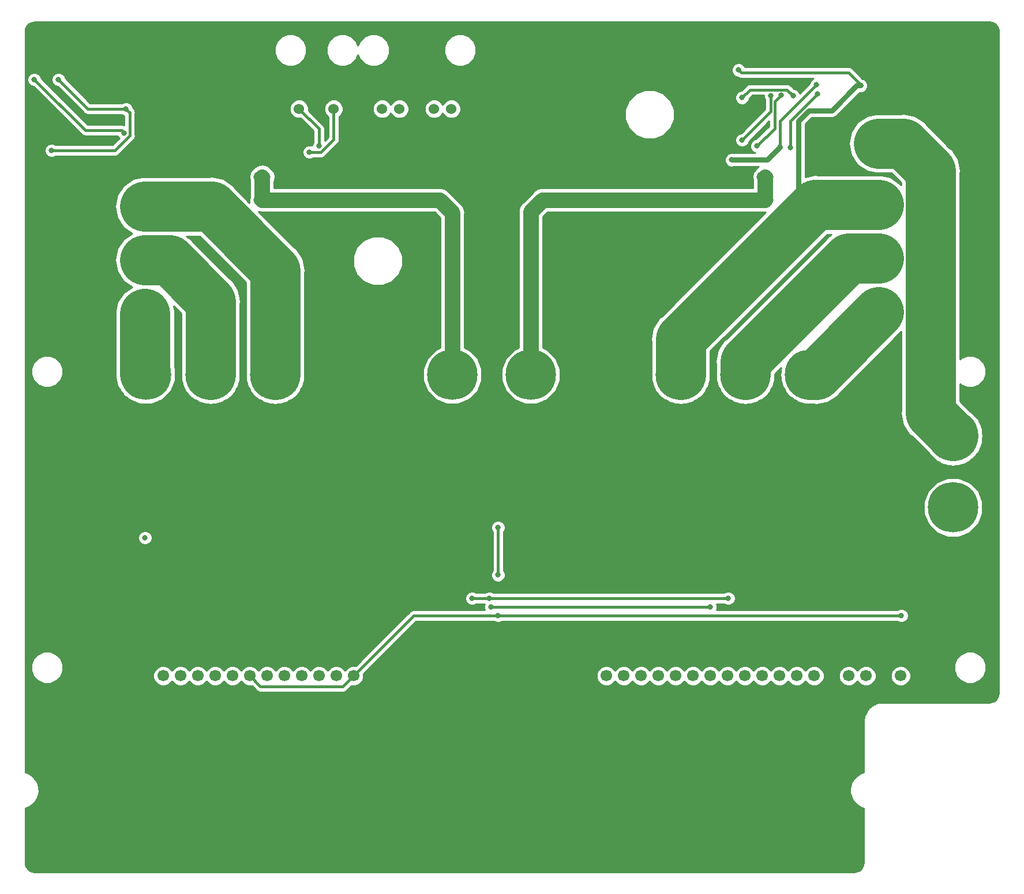
<source format=gbr>
G04 #@! TF.GenerationSoftware,KiCad,Pcbnew,(5.0.2)-1*
G04 #@! TF.CreationDate,2019-03-05T00:17:48-06:00*
G04 #@! TF.ProjectId,ODriveInterfacingBoard,4f447269-7665-4496-9e74-657266616369,rev?*
G04 #@! TF.SameCoordinates,Original*
G04 #@! TF.FileFunction,Copper,L2,Bot*
G04 #@! TF.FilePolarity,Positive*
%FSLAX46Y46*%
G04 Gerber Fmt 4.6, Leading zero omitted, Abs format (unit mm)*
G04 Created by KiCad (PCBNEW (5.0.2)-1) date 3/5/2019 12:17:48 AM*
%MOMM*%
%LPD*%
G01*
G04 APERTURE LIST*
G04 #@! TA.AperFunction,ComponentPad*
%ADD10C,5.080000*%
G04 #@! TD*
G04 #@! TA.AperFunction,ComponentPad*
%ADD11O,2.540000X1.524000*%
G04 #@! TD*
G04 #@! TA.AperFunction,ComponentPad*
%ADD12C,1.700000*%
G04 #@! TD*
G04 #@! TA.AperFunction,ComponentPad*
%ADD13C,7.400000*%
G04 #@! TD*
G04 #@! TA.AperFunction,ComponentPad*
%ADD14C,1.524000*%
G04 #@! TD*
G04 #@! TA.AperFunction,ViaPad*
%ADD15C,0.800000*%
G04 #@! TD*
G04 #@! TA.AperFunction,Conductor*
%ADD16C,2.286000*%
G04 #@! TD*
G04 #@! TA.AperFunction,Conductor*
%ADD17C,0.381000*%
G04 #@! TD*
G04 #@! TA.AperFunction,Conductor*
%ADD18C,7.400000*%
G04 #@! TD*
G04 #@! TA.AperFunction,Conductor*
%ADD19C,0.762000*%
G04 #@! TD*
G04 #@! TA.AperFunction,Conductor*
%ADD20C,0.254000*%
G04 #@! TD*
G04 APERTURE END LIST*
D10*
G04 #@! TO.P,Conn3,1*
G04 #@! TO.N,/PV+*
X161036000Y-66548000D03*
G04 #@! TO.P,Conn3,4*
G04 #@! TO.N,GND*
X153162000Y-66548000D03*
G04 #@! TD*
D11*
G04 #@! TO.P,50W2RJ1,V+*
G04 #@! TO.N,N/C*
X144360900Y-74853800D03*
X144360900Y-71450200D03*
G04 #@! TO.P,50W2RJ1,V-*
X70523100Y-74853800D03*
X70523100Y-71450200D03*
G04 #@! TD*
D12*
G04 #@! TO.P,U1,E1_3V3*
G04 #@! TO.N,/E1_3V3*
X83948749Y-144741151D03*
G04 #@! TO.P,U1,E1_5V*
G04 #@! TO.N,/E1_5V*
X81408749Y-144741151D03*
G04 #@! TO.P,U1,E1_A*
G04 #@! TO.N,/E1_A*
X78868749Y-144741151D03*
G04 #@! TO.P,U1,E1_B*
G04 #@! TO.N,/E1_B*
X76328749Y-144741151D03*
G04 #@! TO.P,U1,E1_Z*
G04 #@! TO.N,/E1_Z*
X73788749Y-144741151D03*
G04 #@! TO.P,U1,E1_GND*
G04 #@! TO.N,/E1_GND*
X71248749Y-144741151D03*
G04 #@! TO.P,U1,E0_3V3*
G04 #@! TO.N,/E0_3V3*
X68708749Y-144741151D03*
G04 #@! TO.P,U1,E0_5V*
G04 #@! TO.N,/E0_5V*
X66168749Y-144741151D03*
G04 #@! TO.P,U1,E0_A*
G04 #@! TO.N,/E0_A*
X63628749Y-144741151D03*
G04 #@! TO.P,U1,E0_B*
G04 #@! TO.N,/E0_B*
X61088749Y-144741151D03*
G04 #@! TO.P,U1,E0_Z*
G04 #@! TO.N,/E0_Z*
X58548749Y-144741151D03*
G04 #@! TO.P,U1,E0_GND*
G04 #@! TO.N,/E0_GND*
X56008749Y-144741151D03*
G04 #@! TO.P,U1,GND3*
G04 #@! TO.N,GND*
X115988717Y-144741151D03*
G04 #@! TO.P,U1,GND2*
X118528717Y-144741151D03*
G04 #@! TO.P,U1,GPIO8*
G04 #@! TO.N,GPIO_8*
X121068717Y-144741151D03*
G04 #@! TO.P,U1,GPIO7*
G04 #@! TO.N,GPIO_7*
X123608717Y-144741151D03*
G04 #@! TO.P,U1,GPIO6*
G04 #@! TO.N,GPIO_6*
X126148717Y-144741151D03*
G04 #@! TO.P,U1,GPIO5*
G04 #@! TO.N,GPIO_5*
X128688717Y-144741151D03*
G04 #@! TO.P,U1,GPIO4*
G04 #@! TO.N,GPIO_4*
X131228717Y-144741151D03*
G04 #@! TO.P,U1,GPIO3*
G04 #@! TO.N,GPIO_3*
X133768717Y-144741151D03*
G04 #@! TO.P,U1,GPIO2*
G04 #@! TO.N,Rx*
X136308717Y-144741151D03*
G04 #@! TO.P,U1,GPIO1*
G04 #@! TO.N,Tx*
X138848717Y-144741151D03*
G04 #@! TO.P,U1,MOSI*
G04 #@! TO.N,MOSI*
X141388717Y-144741151D03*
G04 #@! TO.P,U1,MISO*
G04 #@! TO.N,MISO*
X143928717Y-144741151D03*
G04 #@! TO.P,U1,SCK*
G04 #@! TO.N,SCK*
X146468717Y-144741151D03*
G04 #@! TO.P,U1,AGND*
G04 #@! TO.N,Net-(Conn1-Pad1)*
X149008717Y-144741151D03*
G04 #@! TO.P,U1,AVCC*
G04 #@! TO.N,Net-(Conn1-Pad2)*
X151548717Y-144741151D03*
G04 #@! TO.P,U1,GND1*
G04 #@! TO.N,GND*
X154088717Y-144741151D03*
G04 #@! TO.P,U1,CAN_L*
G04 #@! TO.N,CAN_L*
X156628717Y-144741151D03*
G04 #@! TO.P,U1,CAN_H*
G04 #@! TO.N,CAN_H*
X159168717Y-144741151D03*
G04 #@! TO.P,U1,GND0*
G04 #@! TO.N,GND*
X161708717Y-144741151D03*
G04 #@! TO.P,U1,3V3*
G04 #@! TO.N,+3V3*
X164248717Y-144741151D03*
D13*
G04 #@! TO.P,U1,M0_A*
G04 #@! TO.N,M0_A*
X53448717Y-100511151D03*
G04 #@! TO.P,U1,M0_B*
G04 #@! TO.N,M0_B*
X62948717Y-100511151D03*
G04 #@! TO.P,U1,M0_C*
G04 #@! TO.N,M0_C*
X72448717Y-100511151D03*
G04 #@! TO.P,U1,AUX_V+*
G04 #@! TO.N,Net-(50W2RJ1-Pad1)*
X98448717Y-100511151D03*
G04 #@! TO.P,U1,AUX_V-*
G04 #@! TO.N,Net-(50W2RJ1-Pad2)*
X109948717Y-100511151D03*
G04 #@! TO.P,U1,M1_A*
G04 #@! TO.N,M1_A*
X131948717Y-100511151D03*
G04 #@! TO.P,U1,M1_B*
G04 #@! TO.N,M1_B*
X141448717Y-100511151D03*
G04 #@! TO.P,U1,M1_C*
G04 #@! TO.N,M1_C*
X150948717Y-100511151D03*
G04 #@! TO.P,U1,PV+*
G04 #@! TO.N,N/C*
X171948717Y-109511151D03*
G04 #@! TO.P,U1,GND*
X171948717Y-120011151D03*
G04 #@! TD*
D10*
G04 #@! TO.P,Conn7,3*
G04 #@! TO.N,M0_A*
X53340000Y-91567000D03*
G04 #@! TO.P,Conn7,2*
G04 #@! TO.N,M0_B*
X53340000Y-83693000D03*
G04 #@! TO.P,Conn7,1*
G04 #@! TO.N,M0_C*
X53340000Y-75819000D03*
G04 #@! TD*
G04 #@! TO.P,Conn8,1*
G04 #@! TO.N,M1_C*
X161036000Y-91313000D03*
G04 #@! TO.P,Conn8,2*
G04 #@! TO.N,M1_B*
X161036000Y-83439000D03*
G04 #@! TO.P,Conn8,3*
G04 #@! TO.N,M1_A*
X161036000Y-75565000D03*
G04 #@! TD*
D14*
G04 #@! TO.P,Conn9,1*
G04 #@! TO.N,Tx*
X75946000Y-61468000D03*
G04 #@! TO.P,Conn9,2*
G04 #@! TO.N,GND*
X78486000Y-61468000D03*
G04 #@! TO.P,Conn9,3*
G04 #@! TO.N,Rx*
X81026000Y-61468000D03*
G04 #@! TD*
G04 #@! TO.P,Conn10,1*
G04 #@! TO.N,/A*
X88138000Y-61468000D03*
G04 #@! TO.P,Conn10,2*
G04 #@! TO.N,/B*
X90678000Y-61468000D03*
G04 #@! TO.P,Conn10,3*
G04 #@! TO.N,GND*
X93218000Y-61468000D03*
G04 #@! TO.P,Conn10,4*
G04 #@! TO.N,/Z*
X95758000Y-61468000D03*
G04 #@! TO.P,Conn10,5*
G04 #@! TO.N,/Y*
X98298000Y-61468000D03*
G04 #@! TD*
D15*
G04 #@! TO.N,*
X53340000Y-124460000D03*
G04 #@! TO.N,+3V3*
X164338000Y-135890000D03*
X105156000Y-135890000D03*
X105156000Y-129921000D03*
X105156000Y-122936000D03*
G04 #@! TO.N,GND*
X126492000Y-78994000D03*
X126492000Y-86106000D03*
X59690000Y-139446000D03*
X62484000Y-139446000D03*
X74930000Y-139446000D03*
X77724000Y-139446000D03*
X80264000Y-139446000D03*
X122428000Y-140462000D03*
X124968000Y-140462000D03*
X127508000Y-140462000D03*
X130048000Y-140462000D03*
X132588000Y-140462000D03*
X143256000Y-77216000D03*
X86360000Y-124460000D03*
X86360000Y-132080000D03*
X83820000Y-139700000D03*
X93980000Y-139700000D03*
X86360000Y-101600000D03*
X86360000Y-93980000D03*
X93980000Y-93980000D03*
X93980000Y-86360000D03*
X93980000Y-78740000D03*
X86360000Y-78740000D03*
X114300000Y-91440000D03*
X114300000Y-83820000D03*
X175260000Y-66040000D03*
X175260000Y-76200000D03*
X175260000Y-83820000D03*
X175260000Y-91440000D03*
X177800000Y-101600000D03*
X177800000Y-109220000D03*
X177800000Y-116840000D03*
X177800000Y-124460000D03*
X177800000Y-132080000D03*
X177800000Y-139700000D03*
X177800000Y-147320000D03*
X170180000Y-147320000D03*
X162560000Y-147320000D03*
X154940000Y-147320000D03*
X154940000Y-170180000D03*
X144780000Y-170180000D03*
X134620000Y-170180000D03*
X124460000Y-170180000D03*
X114300000Y-170180000D03*
X104140000Y-170180000D03*
X93980000Y-170180000D03*
X83820000Y-170180000D03*
X73660000Y-170180000D03*
X63500000Y-170180000D03*
X53340000Y-170180000D03*
X43180000Y-170180000D03*
X43180000Y-160020000D03*
X43180000Y-149860000D03*
X53340000Y-149860000D03*
X63500000Y-149860000D03*
X73660000Y-149860000D03*
X83820000Y-149860000D03*
X93980000Y-149860000D03*
X104140000Y-149860000D03*
X114300000Y-149860000D03*
X124460000Y-149860000D03*
X134620000Y-149860000D03*
X144780000Y-149860000D03*
X154940000Y-149860000D03*
X144780000Y-160020000D03*
X124460000Y-160020000D03*
X53340000Y-132080000D03*
X60960000Y-124460000D03*
X60960000Y-132080000D03*
X68580000Y-132080000D03*
X68580000Y-124460000D03*
X76200000Y-124460000D03*
X76200000Y-132080000D03*
X45720000Y-132080000D03*
X45720000Y-124460000D03*
X38100000Y-124460000D03*
X38100000Y-132080000D03*
X38100000Y-139700000D03*
X45720000Y-139700000D03*
X53340000Y-139700000D03*
X137160000Y-116840000D03*
X129540000Y-116840000D03*
X144780000Y-116840000D03*
X152400000Y-116840000D03*
X167640000Y-132080000D03*
X167640000Y-124460000D03*
X175260000Y-124460000D03*
X175260000Y-132080000D03*
X170180000Y-139700000D03*
X162560000Y-129540000D03*
X160020000Y-101600000D03*
X92710000Y-53340000D03*
X50038000Y-53340000D03*
X129540000Y-121920000D03*
X137160000Y-121920000D03*
X144780000Y-121920000D03*
X152400000Y-121920000D03*
X154940000Y-106680000D03*
X38100000Y-116840000D03*
X45720000Y-116840000D03*
X38100000Y-109220000D03*
X38100000Y-91440000D03*
X38100000Y-83820000D03*
X38100000Y-76200000D03*
X38100000Y-50800000D03*
X73660000Y-160020000D03*
X104140000Y-139700000D03*
X114300000Y-139700000D03*
X68580000Y-139700000D03*
X93980000Y-124460000D03*
X93980000Y-132080000D03*
G04 #@! TO.N,M0_A*
X40640000Y-57150000D03*
X50546000Y-61468000D03*
X39624000Y-67564000D03*
G04 #@! TO.N,M1_B*
X140970000Y-66040000D03*
X145161000Y-59563000D03*
G04 #@! TO.N,M1_A*
X140462000Y-55753000D03*
X158369000Y-58039000D03*
G04 #@! TO.N,Net-(D6-Pad2)*
X50292000Y-65024000D03*
X37084000Y-57150000D03*
G04 #@! TO.N,Net-(D7-Pad2)*
X146685000Y-59436000D03*
X143129000Y-66929000D03*
G04 #@! TO.N,Net-(D9-Pad2)*
X148463000Y-59563000D03*
X140970000Y-59817000D03*
G04 #@! TO.N,M1_C*
X151892000Y-57912000D03*
X146558000Y-67056000D03*
X139446000Y-68961000D03*
G04 #@! TO.N,Net-(D13-Pad2)*
X152019000Y-59309000D03*
X148082000Y-67183000D03*
G04 #@! TO.N,Tx*
X138938000Y-133350000D03*
X78867000Y-66929000D03*
X103886000Y-133350000D03*
X101346000Y-133350000D03*
G04 #@! TO.N,Rx*
X136271000Y-134620000D03*
X77470000Y-67818000D03*
X104140000Y-134620000D03*
G04 #@! TD*
D16*
G04 #@! TO.N,Net-(50W2RJ1-Pad1)*
X98448717Y-76708000D02*
X98448717Y-100511151D01*
X98448717Y-76708000D02*
X96594517Y-74853800D01*
X96594517Y-74853800D02*
X70523100Y-74853800D01*
X70523100Y-74853800D02*
X70523100Y-71450200D01*
G04 #@! TO.N,Net-(50W2RJ1-Pad2)*
X109948717Y-76581000D02*
X109948717Y-100511151D01*
X109948717Y-76581000D02*
X111675917Y-74853800D01*
X111675917Y-74853800D02*
X144360900Y-74853800D01*
X144360900Y-71450200D02*
X144360900Y-74853800D01*
D17*
G04 #@! TO.N,+3V3*
X107188000Y-135890000D02*
X105156000Y-135890000D01*
X107188000Y-135890000D02*
X164338000Y-135890000D01*
X68708749Y-144741151D02*
X70271598Y-146304000D01*
X82385900Y-146304000D02*
X83948749Y-144741151D01*
X70271598Y-146304000D02*
X82385900Y-146304000D01*
X92799900Y-135890000D02*
X90513900Y-138176000D01*
X105156000Y-135890000D02*
X92799900Y-135890000D01*
X83948749Y-144741151D02*
X90513900Y-138176000D01*
X90513900Y-138176000D02*
X90767900Y-137922000D01*
X105156000Y-129921000D02*
X105156000Y-129355315D01*
X105156000Y-129355315D02*
X105156000Y-122936000D01*
D18*
G04 #@! TO.N,M0_A*
X53340000Y-91567000D02*
X53340000Y-100402434D01*
D17*
X40640000Y-57150000D02*
X44958000Y-61468000D01*
X44958000Y-61468000D02*
X50546000Y-61468000D01*
X50945999Y-61867999D02*
X50546000Y-61468000D01*
X51082501Y-62004501D02*
X50945999Y-61867999D01*
X51082501Y-65403441D02*
X51082501Y-62004501D01*
X48921942Y-67564000D02*
X51082501Y-65403441D01*
X39624000Y-67564000D02*
X48921942Y-67564000D01*
D18*
G04 #@! TO.N,M0_B*
X62948717Y-100511151D02*
X62948717Y-89709615D01*
X62948717Y-89709615D02*
X56932102Y-83693000D01*
X56932102Y-83693000D02*
X53340000Y-83693000D01*
G04 #@! TO.N,M0_C*
X72448717Y-95278561D02*
X72448717Y-100511151D01*
X72448717Y-85148717D02*
X72448717Y-95278561D01*
X53340000Y-75819000D02*
X63119000Y-75819000D01*
X63119000Y-75819000D02*
X72448717Y-85148717D01*
G04 #@! TO.N,M1_B*
X156591000Y-83439000D02*
X161036000Y-83439000D01*
X141448717Y-98581283D02*
X156591000Y-83439000D01*
X141448717Y-100511151D02*
X141448717Y-98581283D01*
D17*
X140970000Y-66040000D02*
X145161000Y-61849000D01*
X145161000Y-61849000D02*
X145161000Y-59563000D01*
D18*
G04 #@! TO.N,M1_A*
X157443898Y-75565000D02*
X161036000Y-75565000D01*
X131948717Y-100511151D02*
X131948717Y-95278561D01*
X151662278Y-75565000D02*
X157443898Y-75565000D01*
X131948717Y-95278561D02*
X151662278Y-75565000D01*
D17*
X140861999Y-56152999D02*
X156609999Y-56152999D01*
X140462000Y-55753000D02*
X140861999Y-56152999D01*
X158369000Y-57912000D02*
X158115000Y-57658000D01*
X158369000Y-58039000D02*
X158369000Y-57912000D01*
X156609999Y-56152999D02*
X158115000Y-57658000D01*
X158115000Y-57658000D02*
X158242000Y-57785000D01*
D19*
X150749000Y-61722000D02*
X149225000Y-63246000D01*
X154120315Y-61722000D02*
X150749000Y-61722000D01*
X158369000Y-58039000D02*
X157803315Y-58039000D01*
X157803315Y-58039000D02*
X154120315Y-61722000D01*
X149225000Y-73127722D02*
X150900278Y-74803000D01*
X149225000Y-63246000D02*
X149225000Y-73127722D01*
X151662278Y-75565000D02*
X150900278Y-74803000D01*
D17*
G04 #@! TO.N,Net-(D6-Pad2)*
X49892001Y-64624001D02*
X44558001Y-64624001D01*
X50292000Y-65024000D02*
X49892001Y-64624001D01*
X44558001Y-64624001D02*
X37084000Y-57150000D01*
G04 #@! TO.N,Net-(D7-Pad2)*
X145742010Y-60378990D02*
X145742010Y-64315990D01*
X146685000Y-59436000D02*
X145742010Y-60378990D01*
X145742010Y-64315990D02*
X143129000Y-66929000D01*
G04 #@! TO.N,Net-(D9-Pad2)*
X147545499Y-58645499D02*
X142141501Y-58645499D01*
X148463000Y-59563000D02*
X147545499Y-58645499D01*
X142141501Y-58645499D02*
X140970000Y-59817000D01*
D18*
G04 #@! TO.N,M1_C*
X151837849Y-100511151D02*
X161036000Y-91313000D01*
X150948717Y-100511151D02*
X151837849Y-100511151D01*
D17*
X151892000Y-57912000D02*
X146558000Y-63246000D01*
X146558000Y-63246000D02*
X146558000Y-67056000D01*
D19*
X144653000Y-68961000D02*
X146558000Y-67056000D01*
X139446000Y-68961000D02*
X144653000Y-68961000D01*
D17*
G04 #@! TO.N,Net-(D13-Pad2)*
X152019000Y-59309000D02*
X148082000Y-63246000D01*
X148082000Y-63246000D02*
X148082000Y-67183000D01*
G04 #@! TO.N,Tx*
X138938000Y-133350000D02*
X105664000Y-133350000D01*
X78867000Y-64389000D02*
X75946000Y-61468000D01*
X78867000Y-66929000D02*
X78867000Y-64389000D01*
X105664000Y-133350000D02*
X103886000Y-133350000D01*
X103886000Y-133350000D02*
X103124000Y-133350000D01*
X103124000Y-133350000D02*
X101346000Y-133350000D01*
G04 #@! TO.N,Rx*
X106680000Y-134620000D02*
X104140000Y-134620000D01*
X106680000Y-134620000D02*
X106299000Y-134620000D01*
X136271000Y-134620000D02*
X106680000Y-134620000D01*
X81026000Y-62545630D02*
X81026000Y-61468000D01*
X81026000Y-65939942D02*
X81026000Y-62545630D01*
X79147942Y-67818000D02*
X81026000Y-65939942D01*
X77470000Y-67818000D02*
X79147942Y-67818000D01*
X104140000Y-134620000D02*
X104140000Y-134620000D01*
D18*
G04 #@! TO.N,/PV+*
X168636010Y-70555908D02*
X164628102Y-66548000D01*
X164628102Y-66548000D02*
X161036000Y-66548000D01*
X171948717Y-109511151D02*
X168636010Y-106198444D01*
X168636010Y-106198444D02*
X168636010Y-70555908D01*
G04 #@! TD*
D20*
G04 #@! TO.N,GND*
G36*
X177661009Y-48776090D02*
X178000352Y-48930381D01*
X178282752Y-49173712D01*
X178485506Y-49486523D01*
X178599348Y-49867184D01*
X178614001Y-50064363D01*
X178614000Y-52000074D01*
X178614000Y-52000075D01*
X178614001Y-147269412D01*
X178553910Y-147689009D01*
X178399619Y-148028352D01*
X178156288Y-148310752D01*
X177843479Y-148513506D01*
X177462815Y-148627348D01*
X177265649Y-148642000D01*
X161474074Y-148642000D01*
X161448085Y-148647170D01*
X161191033Y-148666272D01*
X161120288Y-148681826D01*
X161048544Y-148691654D01*
X161040219Y-148694088D01*
X160488241Y-148859164D01*
X160400769Y-148899582D01*
X160312806Y-148938929D01*
X160305502Y-148943601D01*
X160305498Y-148943603D01*
X160305499Y-148943603D01*
X159822040Y-149256966D01*
X159749447Y-149320293D01*
X159676045Y-149382763D01*
X159670343Y-149389300D01*
X159294266Y-149825759D01*
X159242347Y-149906942D01*
X159189446Y-149987475D01*
X159185808Y-149995350D01*
X158947347Y-150519817D01*
X158920300Y-150612309D01*
X158892129Y-150704452D01*
X158890847Y-150713031D01*
X158811893Y-151264340D01*
X158802000Y-151314075D01*
X158802001Y-158901281D01*
X158716491Y-158927423D01*
X158624033Y-158954460D01*
X158616159Y-158958098D01*
X158094644Y-159202948D01*
X158014075Y-159255872D01*
X157932927Y-159307768D01*
X157926390Y-159313470D01*
X157494558Y-159694851D01*
X157432096Y-159768244D01*
X157368760Y-159840847D01*
X157364087Y-159848154D01*
X157056654Y-160335407D01*
X157017298Y-160423387D01*
X156976889Y-160510840D01*
X156974457Y-160519160D01*
X156974454Y-160519166D01*
X156974453Y-160519173D01*
X156816134Y-161073118D01*
X156803056Y-161168586D01*
X156788813Y-161263890D01*
X156788813Y-161272564D01*
X156792333Y-161848687D01*
X156806588Y-161944068D01*
X156819654Y-162039455D01*
X156822088Y-162047781D01*
X156987164Y-162599758D01*
X157027591Y-162687250D01*
X157066930Y-162775194D01*
X157071603Y-162782501D01*
X157384966Y-163265961D01*
X157448328Y-163338594D01*
X157510763Y-163411955D01*
X157517296Y-163417654D01*
X157517300Y-163417658D01*
X157517305Y-163417661D01*
X157953759Y-163793734D01*
X158034942Y-163845653D01*
X158115475Y-163898554D01*
X158123346Y-163902190D01*
X158123349Y-163902192D01*
X158123352Y-163902193D01*
X158647817Y-164140653D01*
X158740309Y-164167700D01*
X158802000Y-164186561D01*
X158802001Y-172161412D01*
X158741910Y-172581009D01*
X158587619Y-172920352D01*
X158344288Y-173202752D01*
X158031479Y-173405506D01*
X157650815Y-173519348D01*
X157453649Y-173534000D01*
X37134581Y-173534000D01*
X36714991Y-173473910D01*
X36375648Y-173319619D01*
X36093248Y-173076288D01*
X35890494Y-172763479D01*
X35776652Y-172382815D01*
X35762000Y-172185649D01*
X35762000Y-164186719D01*
X35847509Y-164160577D01*
X35939967Y-164133540D01*
X35947841Y-164129902D01*
X36469356Y-163885052D01*
X36549925Y-163832128D01*
X36631073Y-163780232D01*
X36637610Y-163774530D01*
X37069442Y-163393149D01*
X37131887Y-163319776D01*
X37195240Y-163247153D01*
X37199913Y-163239846D01*
X37507346Y-162752593D01*
X37546687Y-162664645D01*
X37587111Y-162577160D01*
X37589545Y-162568835D01*
X37747866Y-162014882D01*
X37760943Y-161919421D01*
X37775187Y-161824111D01*
X37775187Y-161815436D01*
X37771667Y-161239313D01*
X37757414Y-161143943D01*
X37744346Y-161048544D01*
X37741912Y-161040219D01*
X37576836Y-160488241D01*
X37536418Y-160400769D01*
X37497071Y-160312806D01*
X37492397Y-160305499D01*
X37179034Y-159822040D01*
X37115707Y-159749447D01*
X37053237Y-159676045D01*
X37046700Y-159670343D01*
X36610241Y-159294266D01*
X36529058Y-159242347D01*
X36448525Y-159189446D01*
X36440654Y-159185810D01*
X36440651Y-159185808D01*
X36440648Y-159185807D01*
X35916183Y-158947347D01*
X35823691Y-158920300D01*
X35762000Y-158901439D01*
X35762000Y-143046691D01*
X36613717Y-143046691D01*
X36613717Y-143975611D01*
X36969200Y-144833822D01*
X37626046Y-145490668D01*
X38484257Y-145846151D01*
X39413177Y-145846151D01*
X40271388Y-145490668D01*
X40928234Y-144833822D01*
X41088972Y-144445766D01*
X54523749Y-144445766D01*
X54523749Y-145036536D01*
X54749827Y-145582336D01*
X55167564Y-146000073D01*
X55713364Y-146226151D01*
X56304134Y-146226151D01*
X56849934Y-146000073D01*
X57267671Y-145582336D01*
X57278749Y-145555591D01*
X57289827Y-145582336D01*
X57707564Y-146000073D01*
X58253364Y-146226151D01*
X58844134Y-146226151D01*
X59389934Y-146000073D01*
X59807671Y-145582336D01*
X59818749Y-145555591D01*
X59829827Y-145582336D01*
X60247564Y-146000073D01*
X60793364Y-146226151D01*
X61384134Y-146226151D01*
X61929934Y-146000073D01*
X62347671Y-145582336D01*
X62358749Y-145555591D01*
X62369827Y-145582336D01*
X62787564Y-146000073D01*
X63333364Y-146226151D01*
X63924134Y-146226151D01*
X64469934Y-146000073D01*
X64887671Y-145582336D01*
X64898749Y-145555591D01*
X64909827Y-145582336D01*
X65327564Y-146000073D01*
X65873364Y-146226151D01*
X66464134Y-146226151D01*
X67009934Y-146000073D01*
X67427671Y-145582336D01*
X67438749Y-145555591D01*
X67449827Y-145582336D01*
X67867564Y-146000073D01*
X68413364Y-146226151D01*
X69004134Y-146226151D01*
X69019819Y-146219654D01*
X69630391Y-146830226D01*
X69676446Y-146899152D01*
X69949504Y-147081604D01*
X70190295Y-147129500D01*
X70190299Y-147129500D01*
X70271597Y-147145671D01*
X70352895Y-147129500D01*
X82304599Y-147129500D01*
X82385900Y-147145672D01*
X82467201Y-147129500D01*
X82467203Y-147129500D01*
X82707994Y-147081604D01*
X82981052Y-146899152D01*
X83027109Y-146830223D01*
X83637679Y-146219654D01*
X83653364Y-146226151D01*
X84244134Y-146226151D01*
X84789934Y-146000073D01*
X85207671Y-145582336D01*
X85433749Y-145036536D01*
X85433749Y-144445766D01*
X119583717Y-144445766D01*
X119583717Y-145036536D01*
X119809795Y-145582336D01*
X120227532Y-146000073D01*
X120773332Y-146226151D01*
X121364102Y-146226151D01*
X121909902Y-146000073D01*
X122327639Y-145582336D01*
X122338717Y-145555591D01*
X122349795Y-145582336D01*
X122767532Y-146000073D01*
X123313332Y-146226151D01*
X123904102Y-146226151D01*
X124449902Y-146000073D01*
X124867639Y-145582336D01*
X124878717Y-145555591D01*
X124889795Y-145582336D01*
X125307532Y-146000073D01*
X125853332Y-146226151D01*
X126444102Y-146226151D01*
X126989902Y-146000073D01*
X127407639Y-145582336D01*
X127418717Y-145555591D01*
X127429795Y-145582336D01*
X127847532Y-146000073D01*
X128393332Y-146226151D01*
X128984102Y-146226151D01*
X129529902Y-146000073D01*
X129947639Y-145582336D01*
X129958717Y-145555591D01*
X129969795Y-145582336D01*
X130387532Y-146000073D01*
X130933332Y-146226151D01*
X131524102Y-146226151D01*
X132069902Y-146000073D01*
X132487639Y-145582336D01*
X132498717Y-145555591D01*
X132509795Y-145582336D01*
X132927532Y-146000073D01*
X133473332Y-146226151D01*
X134064102Y-146226151D01*
X134609902Y-146000073D01*
X135027639Y-145582336D01*
X135038717Y-145555591D01*
X135049795Y-145582336D01*
X135467532Y-146000073D01*
X136013332Y-146226151D01*
X136604102Y-146226151D01*
X137149902Y-146000073D01*
X137567639Y-145582336D01*
X137578717Y-145555591D01*
X137589795Y-145582336D01*
X138007532Y-146000073D01*
X138553332Y-146226151D01*
X139144102Y-146226151D01*
X139689902Y-146000073D01*
X140107639Y-145582336D01*
X140118717Y-145555591D01*
X140129795Y-145582336D01*
X140547532Y-146000073D01*
X141093332Y-146226151D01*
X141684102Y-146226151D01*
X142229902Y-146000073D01*
X142647639Y-145582336D01*
X142658717Y-145555591D01*
X142669795Y-145582336D01*
X143087532Y-146000073D01*
X143633332Y-146226151D01*
X144224102Y-146226151D01*
X144769902Y-146000073D01*
X145187639Y-145582336D01*
X145198717Y-145555591D01*
X145209795Y-145582336D01*
X145627532Y-146000073D01*
X146173332Y-146226151D01*
X146764102Y-146226151D01*
X147309902Y-146000073D01*
X147727639Y-145582336D01*
X147738717Y-145555591D01*
X147749795Y-145582336D01*
X148167532Y-146000073D01*
X148713332Y-146226151D01*
X149304102Y-146226151D01*
X149849902Y-146000073D01*
X150267639Y-145582336D01*
X150278717Y-145555591D01*
X150289795Y-145582336D01*
X150707532Y-146000073D01*
X151253332Y-146226151D01*
X151844102Y-146226151D01*
X152389902Y-146000073D01*
X152807639Y-145582336D01*
X153033717Y-145036536D01*
X153033717Y-144445766D01*
X155143717Y-144445766D01*
X155143717Y-145036536D01*
X155369795Y-145582336D01*
X155787532Y-146000073D01*
X156333332Y-146226151D01*
X156924102Y-146226151D01*
X157469902Y-146000073D01*
X157887639Y-145582336D01*
X157898717Y-145555591D01*
X157909795Y-145582336D01*
X158327532Y-146000073D01*
X158873332Y-146226151D01*
X159464102Y-146226151D01*
X160009902Y-146000073D01*
X160427639Y-145582336D01*
X160653717Y-145036536D01*
X160653717Y-144445766D01*
X162763717Y-144445766D01*
X162763717Y-145036536D01*
X162989795Y-145582336D01*
X163407532Y-146000073D01*
X163953332Y-146226151D01*
X164544102Y-146226151D01*
X165089902Y-146000073D01*
X165507639Y-145582336D01*
X165733717Y-145036536D01*
X165733717Y-144445766D01*
X165507639Y-143899966D01*
X165089902Y-143482229D01*
X164544102Y-143256151D01*
X163953332Y-143256151D01*
X163407532Y-143482229D01*
X162989795Y-143899966D01*
X162763717Y-144445766D01*
X160653717Y-144445766D01*
X160427639Y-143899966D01*
X160009902Y-143482229D01*
X159464102Y-143256151D01*
X158873332Y-143256151D01*
X158327532Y-143482229D01*
X157909795Y-143899966D01*
X157898717Y-143926711D01*
X157887639Y-143899966D01*
X157469902Y-143482229D01*
X156924102Y-143256151D01*
X156333332Y-143256151D01*
X155787532Y-143482229D01*
X155369795Y-143899966D01*
X155143717Y-144445766D01*
X153033717Y-144445766D01*
X152807639Y-143899966D01*
X152389902Y-143482229D01*
X151844102Y-143256151D01*
X151253332Y-143256151D01*
X150707532Y-143482229D01*
X150289795Y-143899966D01*
X150278717Y-143926711D01*
X150267639Y-143899966D01*
X149849902Y-143482229D01*
X149304102Y-143256151D01*
X148713332Y-143256151D01*
X148167532Y-143482229D01*
X147749795Y-143899966D01*
X147738717Y-143926711D01*
X147727639Y-143899966D01*
X147309902Y-143482229D01*
X146764102Y-143256151D01*
X146173332Y-143256151D01*
X145627532Y-143482229D01*
X145209795Y-143899966D01*
X145198717Y-143926711D01*
X145187639Y-143899966D01*
X144769902Y-143482229D01*
X144224102Y-143256151D01*
X143633332Y-143256151D01*
X143087532Y-143482229D01*
X142669795Y-143899966D01*
X142658717Y-143926711D01*
X142647639Y-143899966D01*
X142229902Y-143482229D01*
X141684102Y-143256151D01*
X141093332Y-143256151D01*
X140547532Y-143482229D01*
X140129795Y-143899966D01*
X140118717Y-143926711D01*
X140107639Y-143899966D01*
X139689902Y-143482229D01*
X139144102Y-143256151D01*
X138553332Y-143256151D01*
X138007532Y-143482229D01*
X137589795Y-143899966D01*
X137578717Y-143926711D01*
X137567639Y-143899966D01*
X137149902Y-143482229D01*
X136604102Y-143256151D01*
X136013332Y-143256151D01*
X135467532Y-143482229D01*
X135049795Y-143899966D01*
X135038717Y-143926711D01*
X135027639Y-143899966D01*
X134609902Y-143482229D01*
X134064102Y-143256151D01*
X133473332Y-143256151D01*
X132927532Y-143482229D01*
X132509795Y-143899966D01*
X132498717Y-143926711D01*
X132487639Y-143899966D01*
X132069902Y-143482229D01*
X131524102Y-143256151D01*
X130933332Y-143256151D01*
X130387532Y-143482229D01*
X129969795Y-143899966D01*
X129958717Y-143926711D01*
X129947639Y-143899966D01*
X129529902Y-143482229D01*
X128984102Y-143256151D01*
X128393332Y-143256151D01*
X127847532Y-143482229D01*
X127429795Y-143899966D01*
X127418717Y-143926711D01*
X127407639Y-143899966D01*
X126989902Y-143482229D01*
X126444102Y-143256151D01*
X125853332Y-143256151D01*
X125307532Y-143482229D01*
X124889795Y-143899966D01*
X124878717Y-143926711D01*
X124867639Y-143899966D01*
X124449902Y-143482229D01*
X123904102Y-143256151D01*
X123313332Y-143256151D01*
X122767532Y-143482229D01*
X122349795Y-143899966D01*
X122338717Y-143926711D01*
X122327639Y-143899966D01*
X121909902Y-143482229D01*
X121364102Y-143256151D01*
X120773332Y-143256151D01*
X120227532Y-143482229D01*
X119809795Y-143899966D01*
X119583717Y-144445766D01*
X85433749Y-144445766D01*
X85427252Y-144430080D01*
X86810641Y-143046691D01*
X172113717Y-143046691D01*
X172113717Y-143975611D01*
X172469200Y-144833822D01*
X173126046Y-145490668D01*
X173984257Y-145846151D01*
X174913177Y-145846151D01*
X175771388Y-145490668D01*
X176428234Y-144833822D01*
X176783717Y-143975611D01*
X176783717Y-143046691D01*
X176428234Y-142188480D01*
X175771388Y-141531634D01*
X174913177Y-141176151D01*
X173984257Y-141176151D01*
X173126046Y-141531634D01*
X172469200Y-142188480D01*
X172113717Y-143046691D01*
X86810641Y-143046691D01*
X91155106Y-138702227D01*
X91155108Y-138702224D01*
X91409106Y-138448226D01*
X93141833Y-136715500D01*
X104517789Y-136715500D01*
X104569720Y-136767431D01*
X104950126Y-136925000D01*
X105361874Y-136925000D01*
X105742280Y-136767431D01*
X105794211Y-136715500D01*
X163699789Y-136715500D01*
X163751720Y-136767431D01*
X164132126Y-136925000D01*
X164543874Y-136925000D01*
X164924280Y-136767431D01*
X165215431Y-136476280D01*
X165373000Y-136095874D01*
X165373000Y-135684126D01*
X165215431Y-135303720D01*
X164924280Y-135012569D01*
X164543874Y-134855000D01*
X164132126Y-134855000D01*
X163751720Y-135012569D01*
X163699789Y-135064500D01*
X137207158Y-135064500D01*
X137306000Y-134825874D01*
X137306000Y-134414126D01*
X137207158Y-134175500D01*
X138299789Y-134175500D01*
X138351720Y-134227431D01*
X138732126Y-134385000D01*
X139143874Y-134385000D01*
X139524280Y-134227431D01*
X139815431Y-133936280D01*
X139973000Y-133555874D01*
X139973000Y-133144126D01*
X139815431Y-132763720D01*
X139524280Y-132472569D01*
X139143874Y-132315000D01*
X138732126Y-132315000D01*
X138351720Y-132472569D01*
X138299789Y-132524500D01*
X104524211Y-132524500D01*
X104472280Y-132472569D01*
X104091874Y-132315000D01*
X103680126Y-132315000D01*
X103299720Y-132472569D01*
X103247789Y-132524500D01*
X101984211Y-132524500D01*
X101932280Y-132472569D01*
X101551874Y-132315000D01*
X101140126Y-132315000D01*
X100759720Y-132472569D01*
X100468569Y-132763720D01*
X100311000Y-133144126D01*
X100311000Y-133555874D01*
X100468569Y-133936280D01*
X100759720Y-134227431D01*
X101140126Y-134385000D01*
X101551874Y-134385000D01*
X101932280Y-134227431D01*
X101984211Y-134175500D01*
X103203842Y-134175500D01*
X103105000Y-134414126D01*
X103105000Y-134825874D01*
X103203842Y-135064500D01*
X92881197Y-135064500D01*
X92799899Y-135048329D01*
X92718601Y-135064500D01*
X92718597Y-135064500D01*
X92477806Y-135112396D01*
X92204748Y-135294848D01*
X92158693Y-135363774D01*
X89987676Y-137534792D01*
X89987673Y-137534794D01*
X84259820Y-143262648D01*
X84244134Y-143256151D01*
X83653364Y-143256151D01*
X83107564Y-143482229D01*
X82689827Y-143899966D01*
X82678749Y-143926711D01*
X82667671Y-143899966D01*
X82249934Y-143482229D01*
X81704134Y-143256151D01*
X81113364Y-143256151D01*
X80567564Y-143482229D01*
X80149827Y-143899966D01*
X80138749Y-143926711D01*
X80127671Y-143899966D01*
X79709934Y-143482229D01*
X79164134Y-143256151D01*
X78573364Y-143256151D01*
X78027564Y-143482229D01*
X77609827Y-143899966D01*
X77598749Y-143926711D01*
X77587671Y-143899966D01*
X77169934Y-143482229D01*
X76624134Y-143256151D01*
X76033364Y-143256151D01*
X75487564Y-143482229D01*
X75069827Y-143899966D01*
X75058749Y-143926711D01*
X75047671Y-143899966D01*
X74629934Y-143482229D01*
X74084134Y-143256151D01*
X73493364Y-143256151D01*
X72947564Y-143482229D01*
X72529827Y-143899966D01*
X72518749Y-143926711D01*
X72507671Y-143899966D01*
X72089934Y-143482229D01*
X71544134Y-143256151D01*
X70953364Y-143256151D01*
X70407564Y-143482229D01*
X69989827Y-143899966D01*
X69978749Y-143926711D01*
X69967671Y-143899966D01*
X69549934Y-143482229D01*
X69004134Y-143256151D01*
X68413364Y-143256151D01*
X67867564Y-143482229D01*
X67449827Y-143899966D01*
X67438749Y-143926711D01*
X67427671Y-143899966D01*
X67009934Y-143482229D01*
X66464134Y-143256151D01*
X65873364Y-143256151D01*
X65327564Y-143482229D01*
X64909827Y-143899966D01*
X64898749Y-143926711D01*
X64887671Y-143899966D01*
X64469934Y-143482229D01*
X63924134Y-143256151D01*
X63333364Y-143256151D01*
X62787564Y-143482229D01*
X62369827Y-143899966D01*
X62358749Y-143926711D01*
X62347671Y-143899966D01*
X61929934Y-143482229D01*
X61384134Y-143256151D01*
X60793364Y-143256151D01*
X60247564Y-143482229D01*
X59829827Y-143899966D01*
X59818749Y-143926711D01*
X59807671Y-143899966D01*
X59389934Y-143482229D01*
X58844134Y-143256151D01*
X58253364Y-143256151D01*
X57707564Y-143482229D01*
X57289827Y-143899966D01*
X57278749Y-143926711D01*
X57267671Y-143899966D01*
X56849934Y-143482229D01*
X56304134Y-143256151D01*
X55713364Y-143256151D01*
X55167564Y-143482229D01*
X54749827Y-143899966D01*
X54523749Y-144445766D01*
X41088972Y-144445766D01*
X41283717Y-143975611D01*
X41283717Y-143046691D01*
X40928234Y-142188480D01*
X40271388Y-141531634D01*
X39413177Y-141176151D01*
X38484257Y-141176151D01*
X37626046Y-141531634D01*
X36969200Y-142188480D01*
X36613717Y-143046691D01*
X35762000Y-143046691D01*
X35762000Y-124254126D01*
X52305000Y-124254126D01*
X52305000Y-124665874D01*
X52462569Y-125046280D01*
X52753720Y-125337431D01*
X53134126Y-125495000D01*
X53545874Y-125495000D01*
X53926280Y-125337431D01*
X54217431Y-125046280D01*
X54375000Y-124665874D01*
X54375000Y-124254126D01*
X54217431Y-123873720D01*
X53926280Y-123582569D01*
X53545874Y-123425000D01*
X53134126Y-123425000D01*
X52753720Y-123582569D01*
X52462569Y-123873720D01*
X52305000Y-124254126D01*
X35762000Y-124254126D01*
X35762000Y-122730126D01*
X104121000Y-122730126D01*
X104121000Y-123141874D01*
X104278569Y-123522280D01*
X104330501Y-123574212D01*
X104330500Y-129274012D01*
X104330500Y-129282789D01*
X104278569Y-129334720D01*
X104121000Y-129715126D01*
X104121000Y-130126874D01*
X104278569Y-130507280D01*
X104569720Y-130798431D01*
X104950126Y-130956000D01*
X105361874Y-130956000D01*
X105742280Y-130798431D01*
X106033431Y-130507280D01*
X106191000Y-130126874D01*
X106191000Y-129715126D01*
X106033431Y-129334720D01*
X105981500Y-129282789D01*
X105981500Y-123574211D01*
X106033431Y-123522280D01*
X106191000Y-123141874D01*
X106191000Y-122730126D01*
X106033431Y-122349720D01*
X105742280Y-122058569D01*
X105361874Y-121901000D01*
X104950126Y-121901000D01*
X104569720Y-122058569D01*
X104278569Y-122349720D01*
X104121000Y-122730126D01*
X35762000Y-122730126D01*
X35762000Y-119148866D01*
X167613717Y-119148866D01*
X167613717Y-120873436D01*
X168273681Y-122466731D01*
X169493137Y-123686187D01*
X171086432Y-124346151D01*
X172811002Y-124346151D01*
X174404297Y-123686187D01*
X175623753Y-122466731D01*
X176283717Y-120873436D01*
X176283717Y-119148866D01*
X175623753Y-117555571D01*
X174404297Y-116336115D01*
X172811002Y-115676151D01*
X171086432Y-115676151D01*
X169493137Y-116336115D01*
X168273681Y-117555571D01*
X167613717Y-119148866D01*
X35762000Y-119148866D01*
X35762000Y-99546691D01*
X36613717Y-99546691D01*
X36613717Y-100475611D01*
X36969200Y-101333822D01*
X37626046Y-101990668D01*
X38484257Y-102346151D01*
X39413177Y-102346151D01*
X40271388Y-101990668D01*
X40928234Y-101333822D01*
X41283717Y-100475611D01*
X41283717Y-99546691D01*
X40928234Y-98688480D01*
X40271388Y-98031634D01*
X39413177Y-97676151D01*
X38484257Y-97676151D01*
X37626046Y-98031634D01*
X36969200Y-98688480D01*
X36613717Y-99546691D01*
X35762000Y-99546691D01*
X35762000Y-75819000D01*
X48920073Y-75819000D01*
X49256520Y-77510433D01*
X50214640Y-78944360D01*
X51429344Y-79756000D01*
X50214640Y-80567640D01*
X49256520Y-82001567D01*
X48920073Y-83693000D01*
X49256520Y-85384433D01*
X50214640Y-86818360D01*
X51429344Y-87630000D01*
X50214640Y-88441640D01*
X49256520Y-89875568D01*
X49005000Y-91140044D01*
X49005001Y-100829391D01*
X49256521Y-102093867D01*
X49665923Y-102706580D01*
X49773681Y-102966731D01*
X49972793Y-103165843D01*
X50214641Y-103527794D01*
X50576592Y-103769642D01*
X50993137Y-104186187D01*
X51537377Y-104411618D01*
X51648568Y-104485914D01*
X51779728Y-104512003D01*
X52586432Y-104846151D01*
X54311002Y-104846151D01*
X55904297Y-104186187D01*
X57123753Y-102966731D01*
X57783717Y-101373436D01*
X57783717Y-99648866D01*
X57675000Y-99386400D01*
X57675000Y-91140043D01*
X57532591Y-90424105D01*
X58613718Y-91505232D01*
X58613717Y-99648866D01*
X58613717Y-101373436D01*
X58780310Y-101775628D01*
X58865237Y-102202583D01*
X59107087Y-102564537D01*
X59273681Y-102966731D01*
X59581507Y-103274557D01*
X59823357Y-103636511D01*
X60185311Y-103878361D01*
X60493137Y-104186187D01*
X60895329Y-104352780D01*
X61257284Y-104594631D01*
X61684241Y-104679558D01*
X62086432Y-104846151D01*
X62521760Y-104846151D01*
X62948717Y-104931078D01*
X63375674Y-104846151D01*
X63811002Y-104846151D01*
X64213194Y-104679558D01*
X64640149Y-104594631D01*
X65002103Y-104352781D01*
X65404297Y-104186187D01*
X65712123Y-103878361D01*
X66074077Y-103636511D01*
X66315927Y-103274557D01*
X66623753Y-102966731D01*
X66790346Y-102564539D01*
X67032197Y-102202584D01*
X67117124Y-101775627D01*
X67283717Y-101373436D01*
X67283717Y-90136568D01*
X67368643Y-89709615D01*
X67283717Y-89282662D01*
X67283717Y-89282658D01*
X67032197Y-88018182D01*
X66869040Y-87774000D01*
X66315929Y-86946211D01*
X66315927Y-86946209D01*
X66074077Y-86584255D01*
X65712122Y-86342405D01*
X60299314Y-80929597D01*
X60057462Y-80567640D01*
X59438406Y-80154000D01*
X61323385Y-80154000D01*
X68113717Y-86944332D01*
X68113718Y-94851600D01*
X68113717Y-94851605D01*
X68113717Y-101373436D01*
X68280311Y-101775630D01*
X68365238Y-102202584D01*
X68607086Y-102564535D01*
X68773681Y-102966731D01*
X69081510Y-103274560D01*
X69323358Y-103636511D01*
X69685309Y-103878359D01*
X69993137Y-104186187D01*
X70395332Y-104352781D01*
X70757285Y-104594631D01*
X71184240Y-104679558D01*
X71586432Y-104846151D01*
X72021760Y-104846151D01*
X72448717Y-104931078D01*
X72875674Y-104846151D01*
X73311002Y-104846151D01*
X73713193Y-104679558D01*
X74140150Y-104594631D01*
X74502105Y-104352780D01*
X74904297Y-104186187D01*
X75212123Y-103878361D01*
X75574077Y-103636511D01*
X75815927Y-103274557D01*
X76123753Y-102966731D01*
X76290346Y-102564539D01*
X76532197Y-102202584D01*
X76617124Y-101775627D01*
X76783717Y-101373436D01*
X76783717Y-85575668D01*
X76868643Y-85148716D01*
X76783717Y-84721764D01*
X76783717Y-84721760D01*
X76532197Y-83457284D01*
X76264705Y-83056954D01*
X83868000Y-83056954D01*
X83868000Y-84503046D01*
X84421396Y-85839062D01*
X85443938Y-86861604D01*
X86779954Y-87415000D01*
X88226046Y-87415000D01*
X89562062Y-86861604D01*
X90584604Y-85839062D01*
X91138000Y-84503046D01*
X91138000Y-83056954D01*
X90584604Y-81720938D01*
X89562062Y-80698396D01*
X88226046Y-80145000D01*
X86779954Y-80145000D01*
X85443938Y-80698396D01*
X84421396Y-81720938D01*
X83868000Y-83056954D01*
X76264705Y-83056954D01*
X75574077Y-82023357D01*
X75212120Y-81781505D01*
X69991507Y-76560892D01*
X70523100Y-76666633D01*
X70698217Y-76631800D01*
X95858046Y-76631800D01*
X96670717Y-77444472D01*
X96670718Y-96555452D01*
X95993137Y-96836115D01*
X94773681Y-98055571D01*
X94113717Y-99648866D01*
X94113717Y-101373436D01*
X94773681Y-102966731D01*
X95993137Y-104186187D01*
X97586432Y-104846151D01*
X99311002Y-104846151D01*
X100904297Y-104186187D01*
X102123753Y-102966731D01*
X102783717Y-101373436D01*
X102783717Y-99648866D01*
X105613717Y-99648866D01*
X105613717Y-101373436D01*
X106273681Y-102966731D01*
X107493137Y-104186187D01*
X109086432Y-104846151D01*
X110811002Y-104846151D01*
X112404297Y-104186187D01*
X113623753Y-102966731D01*
X114283717Y-101373436D01*
X114283717Y-99648866D01*
X113623753Y-98055571D01*
X112404297Y-96836115D01*
X111726717Y-96555452D01*
X111726717Y-77317471D01*
X112412389Y-76631800D01*
X144185783Y-76631800D01*
X144360900Y-76666633D01*
X144447195Y-76649468D01*
X129185312Y-91911351D01*
X128823358Y-92153201D01*
X128581508Y-92515155D01*
X128581505Y-92515158D01*
X127865237Y-93587129D01*
X127757345Y-94129541D01*
X127613717Y-94851604D01*
X127613717Y-94851608D01*
X127528791Y-95278561D01*
X127613717Y-95705514D01*
X127613717Y-101373436D01*
X127780310Y-101775628D01*
X127865237Y-102202583D01*
X128107087Y-102564537D01*
X128273681Y-102966731D01*
X128581507Y-103274557D01*
X128823357Y-103636511D01*
X129185311Y-103878361D01*
X129493137Y-104186187D01*
X129895329Y-104352780D01*
X130257284Y-104594631D01*
X130684241Y-104679558D01*
X131086432Y-104846151D01*
X131521760Y-104846151D01*
X131948717Y-104931078D01*
X132375674Y-104846151D01*
X132811002Y-104846151D01*
X133213194Y-104679558D01*
X133640149Y-104594631D01*
X134002103Y-104352781D01*
X134404297Y-104186187D01*
X134712123Y-103878361D01*
X135074077Y-103636511D01*
X135315927Y-103274557D01*
X135623753Y-102966731D01*
X135790346Y-102564539D01*
X136032197Y-102202584D01*
X136117124Y-101775627D01*
X136283717Y-101373436D01*
X136283717Y-97074176D01*
X153457893Y-79900000D01*
X154084695Y-79900000D01*
X153827596Y-80071788D01*
X153827594Y-80071790D01*
X153465640Y-80313640D01*
X153223790Y-80675594D01*
X138685312Y-95214073D01*
X138323358Y-95455923D01*
X138081507Y-95817878D01*
X138081505Y-95817880D01*
X137842116Y-96176151D01*
X137365237Y-96889850D01*
X137113717Y-98154326D01*
X137113717Y-98154330D01*
X137028791Y-98581283D01*
X137113717Y-99008236D01*
X137113717Y-101373436D01*
X137280310Y-101775628D01*
X137365237Y-102202583D01*
X137607087Y-102564537D01*
X137773681Y-102966731D01*
X138081507Y-103274557D01*
X138323357Y-103636511D01*
X138685311Y-103878361D01*
X138993137Y-104186187D01*
X139395329Y-104352780D01*
X139757284Y-104594631D01*
X140184241Y-104679558D01*
X140586432Y-104846151D01*
X141021760Y-104846151D01*
X141448717Y-104931078D01*
X141875674Y-104846151D01*
X142311002Y-104846151D01*
X142713194Y-104679558D01*
X143140149Y-104594631D01*
X143502103Y-104352781D01*
X143904297Y-104186187D01*
X144212123Y-103878361D01*
X144574077Y-103636511D01*
X144815927Y-103274557D01*
X145123753Y-102966731D01*
X145290346Y-102564539D01*
X145532197Y-102202584D01*
X145617124Y-101775627D01*
X145783717Y-101373436D01*
X145783717Y-100376898D01*
X146685819Y-99474796D01*
X146613717Y-99648866D01*
X146613717Y-100084194D01*
X146528790Y-100511151D01*
X146613717Y-100938107D01*
X146613717Y-101373436D01*
X146780310Y-101775627D01*
X146865237Y-102202584D01*
X147107088Y-102564539D01*
X147273681Y-102966731D01*
X147581507Y-103274557D01*
X147823357Y-103636511D01*
X148185311Y-103878361D01*
X148493137Y-104186187D01*
X148895329Y-104352780D01*
X149257284Y-104594631D01*
X149684241Y-104679558D01*
X150086432Y-104846151D01*
X151410896Y-104846151D01*
X151837849Y-104931077D01*
X152264802Y-104846151D01*
X152264806Y-104846151D01*
X153529282Y-104594631D01*
X154963209Y-103636511D01*
X155205061Y-103274554D01*
X164301010Y-94178606D01*
X164301010Y-105771491D01*
X164216084Y-106198444D01*
X164301010Y-106625397D01*
X164301010Y-106625400D01*
X164552530Y-107889876D01*
X165510650Y-109323804D01*
X165872607Y-109565656D01*
X168273680Y-111966729D01*
X168273681Y-111966731D01*
X169493137Y-113186187D01*
X169895330Y-113352781D01*
X170257284Y-113594631D01*
X170684240Y-113679558D01*
X171086432Y-113846151D01*
X171521763Y-113846151D01*
X171948716Y-113931077D01*
X172375669Y-113846151D01*
X172811002Y-113846151D01*
X173213196Y-113679557D01*
X173640149Y-113594631D01*
X174002103Y-113352781D01*
X174404297Y-113186187D01*
X174712123Y-112878361D01*
X175074077Y-112636511D01*
X175315927Y-112274557D01*
X175623753Y-111966731D01*
X175790347Y-111564537D01*
X176032197Y-111202583D01*
X176117123Y-110775630D01*
X176283717Y-110373436D01*
X176283717Y-109938103D01*
X176368643Y-109511150D01*
X176283717Y-109084197D01*
X176283717Y-108648866D01*
X176117124Y-108246674D01*
X176032197Y-107819718D01*
X175790347Y-107457764D01*
X175623753Y-107055571D01*
X174404297Y-105836115D01*
X174404295Y-105836114D01*
X172971010Y-104402829D01*
X172971010Y-101835632D01*
X173126046Y-101990668D01*
X173984257Y-102346151D01*
X174913177Y-102346151D01*
X175771388Y-101990668D01*
X176428234Y-101333822D01*
X176783717Y-100475611D01*
X176783717Y-99546691D01*
X176428234Y-98688480D01*
X175771388Y-98031634D01*
X174913177Y-97676151D01*
X173984257Y-97676151D01*
X173126046Y-98031634D01*
X172971010Y-98186670D01*
X172971010Y-70982861D01*
X173055936Y-70555908D01*
X172971010Y-70128955D01*
X172971010Y-70128951D01*
X172719490Y-68864475D01*
X172539836Y-68595604D01*
X172003222Y-67792504D01*
X172003220Y-67792502D01*
X171761370Y-67430548D01*
X171399415Y-67188697D01*
X167995314Y-63784597D01*
X167753462Y-63422640D01*
X166319535Y-62464520D01*
X165055059Y-62213000D01*
X165055055Y-62213000D01*
X164628102Y-62128074D01*
X164201149Y-62213000D01*
X160609043Y-62213000D01*
X159344567Y-62464520D01*
X157910640Y-63422640D01*
X156952520Y-64856567D01*
X156616073Y-66548000D01*
X156952520Y-68239433D01*
X157910640Y-69673360D01*
X159344567Y-70631480D01*
X160609043Y-70883000D01*
X162832487Y-70883000D01*
X164301011Y-72351525D01*
X164301011Y-72648642D01*
X164161360Y-72439640D01*
X162727433Y-71481520D01*
X161462957Y-71230000D01*
X152089229Y-71230000D01*
X151662277Y-71145074D01*
X151235325Y-71230000D01*
X151235321Y-71230000D01*
X150241000Y-71427783D01*
X150241000Y-63666840D01*
X151169841Y-62738000D01*
X154020252Y-62738000D01*
X154120315Y-62757904D01*
X154220378Y-62738000D01*
X154220380Y-62738000D01*
X154516738Y-62679051D01*
X154852810Y-62454495D01*
X154909495Y-62369660D01*
X158205156Y-59074000D01*
X158574874Y-59074000D01*
X158760877Y-58996955D01*
X158765423Y-58996051D01*
X158769277Y-58993476D01*
X158955280Y-58916431D01*
X159097641Y-58774070D01*
X159101495Y-58771495D01*
X159104070Y-58767641D01*
X159246431Y-58625280D01*
X159323476Y-58439277D01*
X159326051Y-58435423D01*
X159326955Y-58430877D01*
X159404000Y-58244874D01*
X159404000Y-58043545D01*
X159404904Y-58039000D01*
X159404000Y-58034455D01*
X159404000Y-57833126D01*
X159326955Y-57647123D01*
X159326051Y-57642577D01*
X159323476Y-57638723D01*
X159246431Y-57452720D01*
X159104070Y-57310359D01*
X159101495Y-57306505D01*
X159097641Y-57303930D01*
X158955280Y-57161569D01*
X158769277Y-57084524D01*
X158765423Y-57081949D01*
X158760877Y-57081045D01*
X158666305Y-57041872D01*
X157251208Y-55626776D01*
X157205151Y-55557847D01*
X156932093Y-55375395D01*
X156691302Y-55327499D01*
X156691300Y-55327499D01*
X156609999Y-55311327D01*
X156528698Y-55327499D01*
X141406028Y-55327499D01*
X141339431Y-55166720D01*
X141048280Y-54875569D01*
X140667874Y-54718000D01*
X140256126Y-54718000D01*
X139875720Y-54875569D01*
X139584569Y-55166720D01*
X139427000Y-55547126D01*
X139427000Y-55958874D01*
X139584569Y-56339280D01*
X139875720Y-56630431D01*
X140256126Y-56788000D01*
X140326485Y-56788000D01*
X140539905Y-56930603D01*
X140780696Y-56978499D01*
X140780697Y-56978499D01*
X140861998Y-56994671D01*
X140943300Y-56978499D01*
X151441085Y-56978499D01*
X151305720Y-57034569D01*
X151014569Y-57325720D01*
X150857000Y-57706126D01*
X150857000Y-57779567D01*
X149433986Y-59202582D01*
X149340431Y-58976720D01*
X149049280Y-58685569D01*
X148668874Y-58528000D01*
X148595433Y-58528000D01*
X148186708Y-58119276D01*
X148140651Y-58050347D01*
X147867593Y-57867895D01*
X147626802Y-57819999D01*
X147626800Y-57819999D01*
X147545499Y-57803827D01*
X147464198Y-57819999D01*
X142222804Y-57819999D01*
X142141501Y-57803827D01*
X142060198Y-57819999D01*
X141819407Y-57867895D01*
X141546349Y-58050347D01*
X141500294Y-58119273D01*
X140837568Y-58782000D01*
X140764126Y-58782000D01*
X140383720Y-58939569D01*
X140092569Y-59230720D01*
X139935000Y-59611126D01*
X139935000Y-60022874D01*
X140092569Y-60403280D01*
X140383720Y-60694431D01*
X140764126Y-60852000D01*
X141175874Y-60852000D01*
X141556280Y-60694431D01*
X141847431Y-60403280D01*
X142005000Y-60022874D01*
X142005000Y-59949432D01*
X142483434Y-59470999D01*
X144126000Y-59470999D01*
X144126000Y-59768874D01*
X144283569Y-60149280D01*
X144335501Y-60201212D01*
X144335500Y-61507067D01*
X140837568Y-65005000D01*
X140764126Y-65005000D01*
X140383720Y-65162569D01*
X140092569Y-65453720D01*
X139935000Y-65834126D01*
X139935000Y-66245874D01*
X140092569Y-66626280D01*
X140383720Y-66917431D01*
X140764126Y-67075000D01*
X141175874Y-67075000D01*
X141556280Y-66917431D01*
X141847431Y-66626280D01*
X142005000Y-66245874D01*
X142005000Y-66172432D01*
X144916511Y-63260922D01*
X144916511Y-63974056D01*
X142996568Y-65894000D01*
X142923126Y-65894000D01*
X142542720Y-66051569D01*
X142251569Y-66342720D01*
X142094000Y-66723126D01*
X142094000Y-67134874D01*
X142251569Y-67515280D01*
X142542720Y-67806431D01*
X142877256Y-67945000D01*
X139697744Y-67945000D01*
X139651874Y-67926000D01*
X139240126Y-67926000D01*
X139054123Y-68003045D01*
X139049577Y-68003949D01*
X139045723Y-68006524D01*
X138859720Y-68083569D01*
X138717359Y-68225930D01*
X138713505Y-68228505D01*
X138710930Y-68232359D01*
X138568569Y-68374720D01*
X138491524Y-68560723D01*
X138488949Y-68564577D01*
X138488045Y-68569123D01*
X138411000Y-68755126D01*
X138411000Y-68956455D01*
X138410096Y-68961000D01*
X138411000Y-68965545D01*
X138411000Y-69166874D01*
X138488045Y-69352877D01*
X138488949Y-69357423D01*
X138491524Y-69361277D01*
X138568569Y-69547280D01*
X138710930Y-69689641D01*
X138713505Y-69693495D01*
X138717359Y-69696070D01*
X138859720Y-69838431D01*
X139045723Y-69915476D01*
X139049577Y-69918051D01*
X139054123Y-69918955D01*
X139240126Y-69996000D01*
X139651874Y-69996000D01*
X139697744Y-69977000D01*
X143365384Y-69977000D01*
X143079033Y-70168333D01*
X142935639Y-70382938D01*
X142845720Y-70443020D01*
X142536956Y-70905118D01*
X142428532Y-71450200D01*
X142536956Y-71995282D01*
X142582900Y-72064042D01*
X142582900Y-73075800D01*
X111851034Y-73075800D01*
X111675917Y-73040967D01*
X111500800Y-73075800D01*
X110982176Y-73178961D01*
X110394050Y-73571933D01*
X110294853Y-73720392D01*
X108815311Y-75199935D01*
X108666850Y-75299133D01*
X108273878Y-75887260D01*
X108212357Y-76196547D01*
X108135884Y-76581000D01*
X108170717Y-76756116D01*
X108170718Y-96555452D01*
X107493137Y-96836115D01*
X106273681Y-98055571D01*
X105613717Y-99648866D01*
X102783717Y-99648866D01*
X102123753Y-98055571D01*
X100904297Y-96836115D01*
X100226717Y-96555452D01*
X100226717Y-76883117D01*
X100261550Y-76708000D01*
X100123556Y-76014259D01*
X100038698Y-75887260D01*
X99730584Y-75426133D01*
X99582126Y-75326937D01*
X97975582Y-73720394D01*
X97876384Y-73571933D01*
X97288258Y-73178961D01*
X96769634Y-73075800D01*
X96769633Y-73075800D01*
X96594517Y-73040967D01*
X96419401Y-73075800D01*
X72301100Y-73075800D01*
X72301100Y-72064042D01*
X72347044Y-71995282D01*
X72455468Y-71450200D01*
X72347044Y-70905118D01*
X72038280Y-70443020D01*
X71948361Y-70382938D01*
X71804967Y-70168333D01*
X71216841Y-69775361D01*
X70523100Y-69637367D01*
X69829360Y-69775361D01*
X69241234Y-70168333D01*
X69097841Y-70382937D01*
X69007920Y-70443020D01*
X68699156Y-70905118D01*
X68590732Y-71450200D01*
X68699156Y-71995282D01*
X68745101Y-72064043D01*
X68745100Y-74239958D01*
X68699156Y-74308718D01*
X68590732Y-74853800D01*
X68666792Y-75236177D01*
X66486212Y-73055597D01*
X66244360Y-72693640D01*
X64810433Y-71735520D01*
X63545957Y-71484000D01*
X63545953Y-71484000D01*
X63119000Y-71399074D01*
X62692047Y-71484000D01*
X52913043Y-71484000D01*
X51648567Y-71735520D01*
X50214640Y-72693640D01*
X49256520Y-74127567D01*
X48920073Y-75819000D01*
X35762000Y-75819000D01*
X35762000Y-56944126D01*
X36049000Y-56944126D01*
X36049000Y-57355874D01*
X36206569Y-57736280D01*
X36497720Y-58027431D01*
X36878126Y-58185000D01*
X36951568Y-58185000D01*
X43916794Y-65150227D01*
X43962849Y-65219153D01*
X44235907Y-65401605D01*
X44558001Y-65465673D01*
X44639304Y-65449501D01*
X49347972Y-65449501D01*
X49414569Y-65610280D01*
X49561399Y-65757110D01*
X48580010Y-66738500D01*
X40262211Y-66738500D01*
X40210280Y-66686569D01*
X39829874Y-66529000D01*
X39418126Y-66529000D01*
X39037720Y-66686569D01*
X38746569Y-66977720D01*
X38589000Y-67358126D01*
X38589000Y-67769874D01*
X38746569Y-68150280D01*
X39037720Y-68441431D01*
X39418126Y-68599000D01*
X39829874Y-68599000D01*
X40210280Y-68441431D01*
X40262211Y-68389500D01*
X48840641Y-68389500D01*
X48921942Y-68405672D01*
X49003243Y-68389500D01*
X49003245Y-68389500D01*
X49244036Y-68341604D01*
X49517094Y-68159152D01*
X49563151Y-68090223D01*
X51608727Y-66044648D01*
X51677653Y-65998593D01*
X51809278Y-65801603D01*
X51860105Y-65725536D01*
X51924173Y-65403441D01*
X51908001Y-65322138D01*
X51908001Y-62085802D01*
X51924173Y-62004501D01*
X51893242Y-61849001D01*
X51860105Y-61682407D01*
X51677653Y-61409349D01*
X51608724Y-61363292D01*
X51581000Y-61335568D01*
X51581000Y-61262126D01*
X51551174Y-61190119D01*
X74549000Y-61190119D01*
X74549000Y-61745881D01*
X74761680Y-62259337D01*
X75154663Y-62652320D01*
X75668119Y-62865000D01*
X76175568Y-62865000D01*
X78041501Y-64730934D01*
X78041500Y-66290789D01*
X77989569Y-66342720D01*
X77832000Y-66723126D01*
X77832000Y-66847669D01*
X77675874Y-66783000D01*
X77264126Y-66783000D01*
X76883720Y-66940569D01*
X76592569Y-67231720D01*
X76435000Y-67612126D01*
X76435000Y-68023874D01*
X76592569Y-68404280D01*
X76883720Y-68695431D01*
X77264126Y-68853000D01*
X77675874Y-68853000D01*
X78056280Y-68695431D01*
X78108211Y-68643500D01*
X79066641Y-68643500D01*
X79147942Y-68659672D01*
X79229243Y-68643500D01*
X79229245Y-68643500D01*
X79470036Y-68595604D01*
X79743094Y-68413152D01*
X79789151Y-68344223D01*
X81552226Y-66581149D01*
X81621152Y-66535094D01*
X81803604Y-66262036D01*
X81851500Y-66021245D01*
X81851500Y-66021241D01*
X81867671Y-65939943D01*
X81851500Y-65858645D01*
X81851500Y-62618157D01*
X82210320Y-62259337D01*
X82423000Y-61745881D01*
X82423000Y-61190119D01*
X86741000Y-61190119D01*
X86741000Y-61745881D01*
X86953680Y-62259337D01*
X87346663Y-62652320D01*
X87860119Y-62865000D01*
X88415881Y-62865000D01*
X88929337Y-62652320D01*
X89322320Y-62259337D01*
X89408000Y-62052487D01*
X89493680Y-62259337D01*
X89886663Y-62652320D01*
X90400119Y-62865000D01*
X90955881Y-62865000D01*
X91469337Y-62652320D01*
X91862320Y-62259337D01*
X92075000Y-61745881D01*
X92075000Y-61190119D01*
X94361000Y-61190119D01*
X94361000Y-61745881D01*
X94573680Y-62259337D01*
X94966663Y-62652320D01*
X95480119Y-62865000D01*
X96035881Y-62865000D01*
X96549337Y-62652320D01*
X96942320Y-62259337D01*
X97028000Y-62052487D01*
X97113680Y-62259337D01*
X97506663Y-62652320D01*
X98020119Y-62865000D01*
X98575881Y-62865000D01*
X99089337Y-62652320D01*
X99482320Y-62259337D01*
X99695000Y-61745881D01*
X99695000Y-61556954D01*
X123758700Y-61556954D01*
X123758700Y-63003046D01*
X124312096Y-64339062D01*
X125334638Y-65361604D01*
X126670654Y-65915000D01*
X128116746Y-65915000D01*
X129452762Y-65361604D01*
X130475304Y-64339062D01*
X131028700Y-63003046D01*
X131028700Y-61556954D01*
X130475304Y-60220938D01*
X129452762Y-59198396D01*
X128116746Y-58645000D01*
X126670654Y-58645000D01*
X125334638Y-59198396D01*
X124312096Y-60220938D01*
X123758700Y-61556954D01*
X99695000Y-61556954D01*
X99695000Y-61190119D01*
X99482320Y-60676663D01*
X99089337Y-60283680D01*
X98575881Y-60071000D01*
X98020119Y-60071000D01*
X97506663Y-60283680D01*
X97113680Y-60676663D01*
X97028000Y-60883513D01*
X96942320Y-60676663D01*
X96549337Y-60283680D01*
X96035881Y-60071000D01*
X95480119Y-60071000D01*
X94966663Y-60283680D01*
X94573680Y-60676663D01*
X94361000Y-61190119D01*
X92075000Y-61190119D01*
X91862320Y-60676663D01*
X91469337Y-60283680D01*
X90955881Y-60071000D01*
X90400119Y-60071000D01*
X89886663Y-60283680D01*
X89493680Y-60676663D01*
X89408000Y-60883513D01*
X89322320Y-60676663D01*
X88929337Y-60283680D01*
X88415881Y-60071000D01*
X87860119Y-60071000D01*
X87346663Y-60283680D01*
X86953680Y-60676663D01*
X86741000Y-61190119D01*
X82423000Y-61190119D01*
X82210320Y-60676663D01*
X81817337Y-60283680D01*
X81303881Y-60071000D01*
X80748119Y-60071000D01*
X80234663Y-60283680D01*
X79841680Y-60676663D01*
X79629000Y-61190119D01*
X79629000Y-61745881D01*
X79841680Y-62259337D01*
X80200500Y-62618157D01*
X80200500Y-62626932D01*
X80200501Y-62626937D01*
X80200500Y-65598009D01*
X79692500Y-66106009D01*
X79692500Y-64470303D01*
X79708672Y-64389000D01*
X79644604Y-64066905D01*
X79508206Y-63862773D01*
X79462152Y-63793848D01*
X79393226Y-63747793D01*
X77343000Y-61697568D01*
X77343000Y-61190119D01*
X77130320Y-60676663D01*
X76737337Y-60283680D01*
X76223881Y-60071000D01*
X75668119Y-60071000D01*
X75154663Y-60283680D01*
X74761680Y-60676663D01*
X74549000Y-61190119D01*
X51551174Y-61190119D01*
X51423431Y-60881720D01*
X51132280Y-60590569D01*
X50751874Y-60433000D01*
X50340126Y-60433000D01*
X49959720Y-60590569D01*
X49907789Y-60642500D01*
X45299933Y-60642500D01*
X41675000Y-57017568D01*
X41675000Y-56944126D01*
X41517431Y-56563720D01*
X41226280Y-56272569D01*
X40845874Y-56115000D01*
X40434126Y-56115000D01*
X40053720Y-56272569D01*
X39762569Y-56563720D01*
X39605000Y-56944126D01*
X39605000Y-57355874D01*
X39762569Y-57736280D01*
X40053720Y-58027431D01*
X40434126Y-58185000D01*
X40507568Y-58185000D01*
X44316793Y-61994226D01*
X44362848Y-62063152D01*
X44635906Y-62245604D01*
X44876697Y-62293500D01*
X44876701Y-62293500D01*
X44957999Y-62309671D01*
X45039297Y-62293500D01*
X49907789Y-62293500D01*
X49959720Y-62345431D01*
X50257002Y-62468569D01*
X50257001Y-63875066D01*
X50214095Y-63846397D01*
X49973304Y-63798501D01*
X49973302Y-63798501D01*
X49892001Y-63782329D01*
X49810700Y-63798501D01*
X44899934Y-63798501D01*
X38119000Y-57017568D01*
X38119000Y-56944126D01*
X37961431Y-56563720D01*
X37670280Y-56272569D01*
X37289874Y-56115000D01*
X36878126Y-56115000D01*
X36497720Y-56272569D01*
X36206569Y-56563720D01*
X36049000Y-56944126D01*
X35762000Y-56944126D01*
X35762000Y-52362567D01*
X72316000Y-52362567D01*
X72316000Y-53301433D01*
X72675289Y-54168833D01*
X73339167Y-54832711D01*
X74206567Y-55192000D01*
X75145433Y-55192000D01*
X76012833Y-54832711D01*
X76676711Y-54168833D01*
X77036000Y-53301433D01*
X77036000Y-52362567D01*
X79936000Y-52362567D01*
X79936000Y-53301433D01*
X80295289Y-54168833D01*
X80959167Y-54832711D01*
X81826567Y-55192000D01*
X82765433Y-55192000D01*
X83632833Y-54832711D01*
X84296711Y-54168833D01*
X84582000Y-53480085D01*
X84867289Y-54168833D01*
X85531167Y-54832711D01*
X86398567Y-55192000D01*
X87337433Y-55192000D01*
X88204833Y-54832711D01*
X88868711Y-54168833D01*
X89228000Y-53301433D01*
X89228000Y-52362567D01*
X97208000Y-52362567D01*
X97208000Y-53301433D01*
X97567289Y-54168833D01*
X98231167Y-54832711D01*
X99098567Y-55192000D01*
X100037433Y-55192000D01*
X100904833Y-54832711D01*
X101568711Y-54168833D01*
X101928000Y-53301433D01*
X101928000Y-52362567D01*
X101568711Y-51495167D01*
X100904833Y-50831289D01*
X100037433Y-50472000D01*
X99098567Y-50472000D01*
X98231167Y-50831289D01*
X97567289Y-51495167D01*
X97208000Y-52362567D01*
X89228000Y-52362567D01*
X88868711Y-51495167D01*
X88204833Y-50831289D01*
X87337433Y-50472000D01*
X86398567Y-50472000D01*
X85531167Y-50831289D01*
X84867289Y-51495167D01*
X84582000Y-52183915D01*
X84296711Y-51495167D01*
X83632833Y-50831289D01*
X82765433Y-50472000D01*
X81826567Y-50472000D01*
X80959167Y-50831289D01*
X80295289Y-51495167D01*
X79936000Y-52362567D01*
X77036000Y-52362567D01*
X76676711Y-51495167D01*
X76012833Y-50831289D01*
X75145433Y-50472000D01*
X74206567Y-50472000D01*
X73339167Y-50831289D01*
X72675289Y-51495167D01*
X72316000Y-52362567D01*
X35762000Y-52362567D01*
X35762000Y-50088581D01*
X35822090Y-49668991D01*
X35976381Y-49329648D01*
X36219712Y-49047248D01*
X36532523Y-48844494D01*
X36913184Y-48730652D01*
X37110350Y-48716000D01*
X177241419Y-48716000D01*
X177661009Y-48776090D01*
X177661009Y-48776090D01*
G37*
X177661009Y-48776090D02*
X178000352Y-48930381D01*
X178282752Y-49173712D01*
X178485506Y-49486523D01*
X178599348Y-49867184D01*
X178614001Y-50064363D01*
X178614000Y-52000074D01*
X178614000Y-52000075D01*
X178614001Y-147269412D01*
X178553910Y-147689009D01*
X178399619Y-148028352D01*
X178156288Y-148310752D01*
X177843479Y-148513506D01*
X177462815Y-148627348D01*
X177265649Y-148642000D01*
X161474074Y-148642000D01*
X161448085Y-148647170D01*
X161191033Y-148666272D01*
X161120288Y-148681826D01*
X161048544Y-148691654D01*
X161040219Y-148694088D01*
X160488241Y-148859164D01*
X160400769Y-148899582D01*
X160312806Y-148938929D01*
X160305502Y-148943601D01*
X160305498Y-148943603D01*
X160305499Y-148943603D01*
X159822040Y-149256966D01*
X159749447Y-149320293D01*
X159676045Y-149382763D01*
X159670343Y-149389300D01*
X159294266Y-149825759D01*
X159242347Y-149906942D01*
X159189446Y-149987475D01*
X159185808Y-149995350D01*
X158947347Y-150519817D01*
X158920300Y-150612309D01*
X158892129Y-150704452D01*
X158890847Y-150713031D01*
X158811893Y-151264340D01*
X158802000Y-151314075D01*
X158802001Y-158901281D01*
X158716491Y-158927423D01*
X158624033Y-158954460D01*
X158616159Y-158958098D01*
X158094644Y-159202948D01*
X158014075Y-159255872D01*
X157932927Y-159307768D01*
X157926390Y-159313470D01*
X157494558Y-159694851D01*
X157432096Y-159768244D01*
X157368760Y-159840847D01*
X157364087Y-159848154D01*
X157056654Y-160335407D01*
X157017298Y-160423387D01*
X156976889Y-160510840D01*
X156974457Y-160519160D01*
X156974454Y-160519166D01*
X156974453Y-160519173D01*
X156816134Y-161073118D01*
X156803056Y-161168586D01*
X156788813Y-161263890D01*
X156788813Y-161272564D01*
X156792333Y-161848687D01*
X156806588Y-161944068D01*
X156819654Y-162039455D01*
X156822088Y-162047781D01*
X156987164Y-162599758D01*
X157027591Y-162687250D01*
X157066930Y-162775194D01*
X157071603Y-162782501D01*
X157384966Y-163265961D01*
X157448328Y-163338594D01*
X157510763Y-163411955D01*
X157517296Y-163417654D01*
X157517300Y-163417658D01*
X157517305Y-163417661D01*
X157953759Y-163793734D01*
X158034942Y-163845653D01*
X158115475Y-163898554D01*
X158123346Y-163902190D01*
X158123349Y-163902192D01*
X158123352Y-163902193D01*
X158647817Y-164140653D01*
X158740309Y-164167700D01*
X158802000Y-164186561D01*
X158802001Y-172161412D01*
X158741910Y-172581009D01*
X158587619Y-172920352D01*
X158344288Y-173202752D01*
X158031479Y-173405506D01*
X157650815Y-173519348D01*
X157453649Y-173534000D01*
X37134581Y-173534000D01*
X36714991Y-173473910D01*
X36375648Y-173319619D01*
X36093248Y-173076288D01*
X35890494Y-172763479D01*
X35776652Y-172382815D01*
X35762000Y-172185649D01*
X35762000Y-164186719D01*
X35847509Y-164160577D01*
X35939967Y-164133540D01*
X35947841Y-164129902D01*
X36469356Y-163885052D01*
X36549925Y-163832128D01*
X36631073Y-163780232D01*
X36637610Y-163774530D01*
X37069442Y-163393149D01*
X37131887Y-163319776D01*
X37195240Y-163247153D01*
X37199913Y-163239846D01*
X37507346Y-162752593D01*
X37546687Y-162664645D01*
X37587111Y-162577160D01*
X37589545Y-162568835D01*
X37747866Y-162014882D01*
X37760943Y-161919421D01*
X37775187Y-161824111D01*
X37775187Y-161815436D01*
X37771667Y-161239313D01*
X37757414Y-161143943D01*
X37744346Y-161048544D01*
X37741912Y-161040219D01*
X37576836Y-160488241D01*
X37536418Y-160400769D01*
X37497071Y-160312806D01*
X37492397Y-160305499D01*
X37179034Y-159822040D01*
X37115707Y-159749447D01*
X37053237Y-159676045D01*
X37046700Y-159670343D01*
X36610241Y-159294266D01*
X36529058Y-159242347D01*
X36448525Y-159189446D01*
X36440654Y-159185810D01*
X36440651Y-159185808D01*
X36440648Y-159185807D01*
X35916183Y-158947347D01*
X35823691Y-158920300D01*
X35762000Y-158901439D01*
X35762000Y-143046691D01*
X36613717Y-143046691D01*
X36613717Y-143975611D01*
X36969200Y-144833822D01*
X37626046Y-145490668D01*
X38484257Y-145846151D01*
X39413177Y-145846151D01*
X40271388Y-145490668D01*
X40928234Y-144833822D01*
X41088972Y-144445766D01*
X54523749Y-144445766D01*
X54523749Y-145036536D01*
X54749827Y-145582336D01*
X55167564Y-146000073D01*
X55713364Y-146226151D01*
X56304134Y-146226151D01*
X56849934Y-146000073D01*
X57267671Y-145582336D01*
X57278749Y-145555591D01*
X57289827Y-145582336D01*
X57707564Y-146000073D01*
X58253364Y-146226151D01*
X58844134Y-146226151D01*
X59389934Y-146000073D01*
X59807671Y-145582336D01*
X59818749Y-145555591D01*
X59829827Y-145582336D01*
X60247564Y-146000073D01*
X60793364Y-146226151D01*
X61384134Y-146226151D01*
X61929934Y-146000073D01*
X62347671Y-145582336D01*
X62358749Y-145555591D01*
X62369827Y-145582336D01*
X62787564Y-146000073D01*
X63333364Y-146226151D01*
X63924134Y-146226151D01*
X64469934Y-146000073D01*
X64887671Y-145582336D01*
X64898749Y-145555591D01*
X64909827Y-145582336D01*
X65327564Y-146000073D01*
X65873364Y-146226151D01*
X66464134Y-146226151D01*
X67009934Y-146000073D01*
X67427671Y-145582336D01*
X67438749Y-145555591D01*
X67449827Y-145582336D01*
X67867564Y-146000073D01*
X68413364Y-146226151D01*
X69004134Y-146226151D01*
X69019819Y-146219654D01*
X69630391Y-146830226D01*
X69676446Y-146899152D01*
X69949504Y-147081604D01*
X70190295Y-147129500D01*
X70190299Y-147129500D01*
X70271597Y-147145671D01*
X70352895Y-147129500D01*
X82304599Y-147129500D01*
X82385900Y-147145672D01*
X82467201Y-147129500D01*
X82467203Y-147129500D01*
X82707994Y-147081604D01*
X82981052Y-146899152D01*
X83027109Y-146830223D01*
X83637679Y-146219654D01*
X83653364Y-146226151D01*
X84244134Y-146226151D01*
X84789934Y-146000073D01*
X85207671Y-145582336D01*
X85433749Y-145036536D01*
X85433749Y-144445766D01*
X119583717Y-144445766D01*
X119583717Y-145036536D01*
X119809795Y-145582336D01*
X120227532Y-146000073D01*
X120773332Y-146226151D01*
X121364102Y-146226151D01*
X121909902Y-146000073D01*
X122327639Y-145582336D01*
X122338717Y-145555591D01*
X122349795Y-145582336D01*
X122767532Y-146000073D01*
X123313332Y-146226151D01*
X123904102Y-146226151D01*
X124449902Y-146000073D01*
X124867639Y-145582336D01*
X124878717Y-145555591D01*
X124889795Y-145582336D01*
X125307532Y-146000073D01*
X125853332Y-146226151D01*
X126444102Y-146226151D01*
X126989902Y-146000073D01*
X127407639Y-145582336D01*
X127418717Y-145555591D01*
X127429795Y-145582336D01*
X127847532Y-146000073D01*
X128393332Y-146226151D01*
X128984102Y-146226151D01*
X129529902Y-146000073D01*
X129947639Y-145582336D01*
X129958717Y-145555591D01*
X129969795Y-145582336D01*
X130387532Y-146000073D01*
X130933332Y-146226151D01*
X131524102Y-146226151D01*
X132069902Y-146000073D01*
X132487639Y-145582336D01*
X132498717Y-145555591D01*
X132509795Y-145582336D01*
X132927532Y-146000073D01*
X133473332Y-146226151D01*
X134064102Y-146226151D01*
X134609902Y-146000073D01*
X135027639Y-145582336D01*
X135038717Y-145555591D01*
X135049795Y-145582336D01*
X135467532Y-146000073D01*
X136013332Y-146226151D01*
X136604102Y-146226151D01*
X137149902Y-146000073D01*
X137567639Y-145582336D01*
X137578717Y-145555591D01*
X137589795Y-145582336D01*
X138007532Y-146000073D01*
X138553332Y-146226151D01*
X139144102Y-146226151D01*
X139689902Y-146000073D01*
X140107639Y-145582336D01*
X140118717Y-145555591D01*
X140129795Y-145582336D01*
X140547532Y-146000073D01*
X141093332Y-146226151D01*
X141684102Y-146226151D01*
X142229902Y-146000073D01*
X142647639Y-145582336D01*
X142658717Y-145555591D01*
X142669795Y-145582336D01*
X143087532Y-146000073D01*
X143633332Y-146226151D01*
X144224102Y-146226151D01*
X144769902Y-146000073D01*
X145187639Y-145582336D01*
X145198717Y-145555591D01*
X145209795Y-145582336D01*
X145627532Y-146000073D01*
X146173332Y-146226151D01*
X146764102Y-146226151D01*
X147309902Y-146000073D01*
X147727639Y-145582336D01*
X147738717Y-145555591D01*
X147749795Y-145582336D01*
X148167532Y-146000073D01*
X148713332Y-146226151D01*
X149304102Y-146226151D01*
X149849902Y-146000073D01*
X150267639Y-145582336D01*
X150278717Y-145555591D01*
X150289795Y-145582336D01*
X150707532Y-146000073D01*
X151253332Y-146226151D01*
X151844102Y-146226151D01*
X152389902Y-146000073D01*
X152807639Y-145582336D01*
X153033717Y-145036536D01*
X153033717Y-144445766D01*
X155143717Y-144445766D01*
X155143717Y-145036536D01*
X155369795Y-145582336D01*
X155787532Y-146000073D01*
X156333332Y-146226151D01*
X156924102Y-146226151D01*
X157469902Y-146000073D01*
X157887639Y-145582336D01*
X157898717Y-145555591D01*
X157909795Y-145582336D01*
X158327532Y-146000073D01*
X158873332Y-146226151D01*
X159464102Y-146226151D01*
X160009902Y-146000073D01*
X160427639Y-145582336D01*
X160653717Y-145036536D01*
X160653717Y-144445766D01*
X162763717Y-144445766D01*
X162763717Y-145036536D01*
X162989795Y-145582336D01*
X163407532Y-146000073D01*
X163953332Y-146226151D01*
X164544102Y-146226151D01*
X165089902Y-146000073D01*
X165507639Y-145582336D01*
X165733717Y-145036536D01*
X165733717Y-144445766D01*
X165507639Y-143899966D01*
X165089902Y-143482229D01*
X164544102Y-143256151D01*
X163953332Y-143256151D01*
X163407532Y-143482229D01*
X162989795Y-143899966D01*
X162763717Y-144445766D01*
X160653717Y-144445766D01*
X160427639Y-143899966D01*
X160009902Y-143482229D01*
X159464102Y-143256151D01*
X158873332Y-143256151D01*
X158327532Y-143482229D01*
X157909795Y-143899966D01*
X157898717Y-143926711D01*
X157887639Y-143899966D01*
X157469902Y-143482229D01*
X156924102Y-143256151D01*
X156333332Y-143256151D01*
X155787532Y-143482229D01*
X155369795Y-143899966D01*
X155143717Y-144445766D01*
X153033717Y-144445766D01*
X152807639Y-143899966D01*
X152389902Y-143482229D01*
X151844102Y-143256151D01*
X151253332Y-143256151D01*
X150707532Y-143482229D01*
X150289795Y-143899966D01*
X150278717Y-143926711D01*
X150267639Y-143899966D01*
X149849902Y-143482229D01*
X149304102Y-143256151D01*
X148713332Y-143256151D01*
X148167532Y-143482229D01*
X147749795Y-143899966D01*
X147738717Y-143926711D01*
X147727639Y-143899966D01*
X147309902Y-143482229D01*
X146764102Y-143256151D01*
X146173332Y-143256151D01*
X145627532Y-143482229D01*
X145209795Y-143899966D01*
X145198717Y-143926711D01*
X145187639Y-143899966D01*
X144769902Y-143482229D01*
X144224102Y-143256151D01*
X143633332Y-143256151D01*
X143087532Y-143482229D01*
X142669795Y-143899966D01*
X142658717Y-143926711D01*
X142647639Y-143899966D01*
X142229902Y-143482229D01*
X141684102Y-143256151D01*
X141093332Y-143256151D01*
X140547532Y-143482229D01*
X140129795Y-143899966D01*
X140118717Y-143926711D01*
X140107639Y-143899966D01*
X139689902Y-143482229D01*
X139144102Y-143256151D01*
X138553332Y-143256151D01*
X138007532Y-143482229D01*
X137589795Y-143899966D01*
X137578717Y-143926711D01*
X137567639Y-143899966D01*
X137149902Y-143482229D01*
X136604102Y-143256151D01*
X136013332Y-143256151D01*
X135467532Y-143482229D01*
X135049795Y-143899966D01*
X135038717Y-143926711D01*
X135027639Y-143899966D01*
X134609902Y-143482229D01*
X134064102Y-143256151D01*
X133473332Y-143256151D01*
X132927532Y-143482229D01*
X132509795Y-143899966D01*
X132498717Y-143926711D01*
X132487639Y-143899966D01*
X132069902Y-143482229D01*
X131524102Y-143256151D01*
X130933332Y-143256151D01*
X130387532Y-143482229D01*
X129969795Y-143899966D01*
X129958717Y-143926711D01*
X129947639Y-143899966D01*
X129529902Y-143482229D01*
X128984102Y-143256151D01*
X128393332Y-143256151D01*
X127847532Y-143482229D01*
X127429795Y-143899966D01*
X127418717Y-143926711D01*
X127407639Y-143899966D01*
X126989902Y-143482229D01*
X126444102Y-143256151D01*
X125853332Y-143256151D01*
X125307532Y-143482229D01*
X124889795Y-143899966D01*
X124878717Y-143926711D01*
X124867639Y-143899966D01*
X124449902Y-143482229D01*
X123904102Y-143256151D01*
X123313332Y-143256151D01*
X122767532Y-143482229D01*
X122349795Y-143899966D01*
X122338717Y-143926711D01*
X122327639Y-143899966D01*
X121909902Y-143482229D01*
X121364102Y-143256151D01*
X120773332Y-143256151D01*
X120227532Y-143482229D01*
X119809795Y-143899966D01*
X119583717Y-144445766D01*
X85433749Y-144445766D01*
X85427252Y-144430080D01*
X86810641Y-143046691D01*
X172113717Y-143046691D01*
X172113717Y-143975611D01*
X172469200Y-144833822D01*
X173126046Y-145490668D01*
X173984257Y-145846151D01*
X174913177Y-145846151D01*
X175771388Y-145490668D01*
X176428234Y-144833822D01*
X176783717Y-143975611D01*
X176783717Y-143046691D01*
X176428234Y-142188480D01*
X175771388Y-141531634D01*
X174913177Y-141176151D01*
X173984257Y-141176151D01*
X173126046Y-141531634D01*
X172469200Y-142188480D01*
X172113717Y-143046691D01*
X86810641Y-143046691D01*
X91155106Y-138702227D01*
X91155108Y-138702224D01*
X91409106Y-138448226D01*
X93141833Y-136715500D01*
X104517789Y-136715500D01*
X104569720Y-136767431D01*
X104950126Y-136925000D01*
X105361874Y-136925000D01*
X105742280Y-136767431D01*
X105794211Y-136715500D01*
X163699789Y-136715500D01*
X163751720Y-136767431D01*
X164132126Y-136925000D01*
X164543874Y-136925000D01*
X164924280Y-136767431D01*
X165215431Y-136476280D01*
X165373000Y-136095874D01*
X165373000Y-135684126D01*
X165215431Y-135303720D01*
X164924280Y-135012569D01*
X164543874Y-134855000D01*
X164132126Y-134855000D01*
X163751720Y-135012569D01*
X163699789Y-135064500D01*
X137207158Y-135064500D01*
X137306000Y-134825874D01*
X137306000Y-134414126D01*
X137207158Y-134175500D01*
X138299789Y-134175500D01*
X138351720Y-134227431D01*
X138732126Y-134385000D01*
X139143874Y-134385000D01*
X139524280Y-134227431D01*
X139815431Y-133936280D01*
X139973000Y-133555874D01*
X139973000Y-133144126D01*
X139815431Y-132763720D01*
X139524280Y-132472569D01*
X139143874Y-132315000D01*
X138732126Y-132315000D01*
X138351720Y-132472569D01*
X138299789Y-132524500D01*
X104524211Y-132524500D01*
X104472280Y-132472569D01*
X104091874Y-132315000D01*
X103680126Y-132315000D01*
X103299720Y-132472569D01*
X103247789Y-132524500D01*
X101984211Y-132524500D01*
X101932280Y-132472569D01*
X101551874Y-132315000D01*
X101140126Y-132315000D01*
X100759720Y-132472569D01*
X100468569Y-132763720D01*
X100311000Y-133144126D01*
X100311000Y-133555874D01*
X100468569Y-133936280D01*
X100759720Y-134227431D01*
X101140126Y-134385000D01*
X101551874Y-134385000D01*
X101932280Y-134227431D01*
X101984211Y-134175500D01*
X103203842Y-134175500D01*
X103105000Y-134414126D01*
X103105000Y-134825874D01*
X103203842Y-135064500D01*
X92881197Y-135064500D01*
X92799899Y-135048329D01*
X92718601Y-135064500D01*
X92718597Y-135064500D01*
X92477806Y-135112396D01*
X92204748Y-135294848D01*
X92158693Y-135363774D01*
X89987676Y-137534792D01*
X89987673Y-137534794D01*
X84259820Y-143262648D01*
X84244134Y-143256151D01*
X83653364Y-143256151D01*
X83107564Y-143482229D01*
X82689827Y-143899966D01*
X82678749Y-143926711D01*
X82667671Y-143899966D01*
X82249934Y-143482229D01*
X81704134Y-143256151D01*
X81113364Y-143256151D01*
X80567564Y-143482229D01*
X80149827Y-143899966D01*
X80138749Y-143926711D01*
X80127671Y-143899966D01*
X79709934Y-143482229D01*
X79164134Y-143256151D01*
X78573364Y-143256151D01*
X78027564Y-143482229D01*
X77609827Y-143899966D01*
X77598749Y-143926711D01*
X77587671Y-143899966D01*
X77169934Y-143482229D01*
X76624134Y-143256151D01*
X76033364Y-143256151D01*
X75487564Y-143482229D01*
X75069827Y-143899966D01*
X75058749Y-143926711D01*
X75047671Y-143899966D01*
X74629934Y-143482229D01*
X74084134Y-143256151D01*
X73493364Y-143256151D01*
X72947564Y-143482229D01*
X72529827Y-143899966D01*
X72518749Y-143926711D01*
X72507671Y-143899966D01*
X72089934Y-143482229D01*
X71544134Y-143256151D01*
X70953364Y-143256151D01*
X70407564Y-143482229D01*
X69989827Y-143899966D01*
X69978749Y-143926711D01*
X69967671Y-143899966D01*
X69549934Y-143482229D01*
X69004134Y-143256151D01*
X68413364Y-143256151D01*
X67867564Y-143482229D01*
X67449827Y-143899966D01*
X67438749Y-143926711D01*
X67427671Y-143899966D01*
X67009934Y-143482229D01*
X66464134Y-143256151D01*
X65873364Y-143256151D01*
X65327564Y-143482229D01*
X64909827Y-143899966D01*
X64898749Y-143926711D01*
X64887671Y-143899966D01*
X64469934Y-143482229D01*
X63924134Y-143256151D01*
X63333364Y-143256151D01*
X62787564Y-143482229D01*
X62369827Y-143899966D01*
X62358749Y-143926711D01*
X62347671Y-143899966D01*
X61929934Y-143482229D01*
X61384134Y-143256151D01*
X60793364Y-143256151D01*
X60247564Y-143482229D01*
X59829827Y-143899966D01*
X59818749Y-143926711D01*
X59807671Y-143899966D01*
X59389934Y-143482229D01*
X58844134Y-143256151D01*
X58253364Y-143256151D01*
X57707564Y-143482229D01*
X57289827Y-143899966D01*
X57278749Y-143926711D01*
X57267671Y-143899966D01*
X56849934Y-143482229D01*
X56304134Y-143256151D01*
X55713364Y-143256151D01*
X55167564Y-143482229D01*
X54749827Y-143899966D01*
X54523749Y-144445766D01*
X41088972Y-144445766D01*
X41283717Y-143975611D01*
X41283717Y-143046691D01*
X40928234Y-142188480D01*
X40271388Y-141531634D01*
X39413177Y-141176151D01*
X38484257Y-141176151D01*
X37626046Y-141531634D01*
X36969200Y-142188480D01*
X36613717Y-143046691D01*
X35762000Y-143046691D01*
X35762000Y-124254126D01*
X52305000Y-124254126D01*
X52305000Y-124665874D01*
X52462569Y-125046280D01*
X52753720Y-125337431D01*
X53134126Y-125495000D01*
X53545874Y-125495000D01*
X53926280Y-125337431D01*
X54217431Y-125046280D01*
X54375000Y-124665874D01*
X54375000Y-124254126D01*
X54217431Y-123873720D01*
X53926280Y-123582569D01*
X53545874Y-123425000D01*
X53134126Y-123425000D01*
X52753720Y-123582569D01*
X52462569Y-123873720D01*
X52305000Y-124254126D01*
X35762000Y-124254126D01*
X35762000Y-122730126D01*
X104121000Y-122730126D01*
X104121000Y-123141874D01*
X104278569Y-123522280D01*
X104330501Y-123574212D01*
X104330500Y-129274012D01*
X104330500Y-129282789D01*
X104278569Y-129334720D01*
X104121000Y-129715126D01*
X104121000Y-130126874D01*
X104278569Y-130507280D01*
X104569720Y-130798431D01*
X104950126Y-130956000D01*
X105361874Y-130956000D01*
X105742280Y-130798431D01*
X106033431Y-130507280D01*
X106191000Y-130126874D01*
X106191000Y-129715126D01*
X106033431Y-129334720D01*
X105981500Y-129282789D01*
X105981500Y-123574211D01*
X106033431Y-123522280D01*
X106191000Y-123141874D01*
X106191000Y-122730126D01*
X106033431Y-122349720D01*
X105742280Y-122058569D01*
X105361874Y-121901000D01*
X104950126Y-121901000D01*
X104569720Y-122058569D01*
X104278569Y-122349720D01*
X104121000Y-122730126D01*
X35762000Y-122730126D01*
X35762000Y-119148866D01*
X167613717Y-119148866D01*
X167613717Y-120873436D01*
X168273681Y-122466731D01*
X169493137Y-123686187D01*
X171086432Y-124346151D01*
X172811002Y-124346151D01*
X174404297Y-123686187D01*
X175623753Y-122466731D01*
X176283717Y-120873436D01*
X176283717Y-119148866D01*
X175623753Y-117555571D01*
X174404297Y-116336115D01*
X172811002Y-115676151D01*
X171086432Y-115676151D01*
X169493137Y-116336115D01*
X168273681Y-117555571D01*
X167613717Y-119148866D01*
X35762000Y-119148866D01*
X35762000Y-99546691D01*
X36613717Y-99546691D01*
X36613717Y-100475611D01*
X36969200Y-101333822D01*
X37626046Y-101990668D01*
X38484257Y-102346151D01*
X39413177Y-102346151D01*
X40271388Y-101990668D01*
X40928234Y-101333822D01*
X41283717Y-100475611D01*
X41283717Y-99546691D01*
X40928234Y-98688480D01*
X40271388Y-98031634D01*
X39413177Y-97676151D01*
X38484257Y-97676151D01*
X37626046Y-98031634D01*
X36969200Y-98688480D01*
X36613717Y-99546691D01*
X35762000Y-99546691D01*
X35762000Y-75819000D01*
X48920073Y-75819000D01*
X49256520Y-77510433D01*
X50214640Y-78944360D01*
X51429344Y-79756000D01*
X50214640Y-80567640D01*
X49256520Y-82001567D01*
X48920073Y-83693000D01*
X49256520Y-85384433D01*
X50214640Y-86818360D01*
X51429344Y-87630000D01*
X50214640Y-88441640D01*
X49256520Y-89875568D01*
X49005000Y-91140044D01*
X49005001Y-100829391D01*
X49256521Y-102093867D01*
X49665923Y-102706580D01*
X49773681Y-102966731D01*
X49972793Y-103165843D01*
X50214641Y-103527794D01*
X50576592Y-103769642D01*
X50993137Y-104186187D01*
X51537377Y-104411618D01*
X51648568Y-104485914D01*
X51779728Y-104512003D01*
X52586432Y-104846151D01*
X54311002Y-104846151D01*
X55904297Y-104186187D01*
X57123753Y-102966731D01*
X57783717Y-101373436D01*
X57783717Y-99648866D01*
X57675000Y-99386400D01*
X57675000Y-91140043D01*
X57532591Y-90424105D01*
X58613718Y-91505232D01*
X58613717Y-99648866D01*
X58613717Y-101373436D01*
X58780310Y-101775628D01*
X58865237Y-102202583D01*
X59107087Y-102564537D01*
X59273681Y-102966731D01*
X59581507Y-103274557D01*
X59823357Y-103636511D01*
X60185311Y-103878361D01*
X60493137Y-104186187D01*
X60895329Y-104352780D01*
X61257284Y-104594631D01*
X61684241Y-104679558D01*
X62086432Y-104846151D01*
X62521760Y-104846151D01*
X62948717Y-104931078D01*
X63375674Y-104846151D01*
X63811002Y-104846151D01*
X64213194Y-104679558D01*
X64640149Y-104594631D01*
X65002103Y-104352781D01*
X65404297Y-104186187D01*
X65712123Y-103878361D01*
X66074077Y-103636511D01*
X66315927Y-103274557D01*
X66623753Y-102966731D01*
X66790346Y-102564539D01*
X67032197Y-102202584D01*
X67117124Y-101775627D01*
X67283717Y-101373436D01*
X67283717Y-90136568D01*
X67368643Y-89709615D01*
X67283717Y-89282662D01*
X67283717Y-89282658D01*
X67032197Y-88018182D01*
X66869040Y-87774000D01*
X66315929Y-86946211D01*
X66315927Y-86946209D01*
X66074077Y-86584255D01*
X65712122Y-86342405D01*
X60299314Y-80929597D01*
X60057462Y-80567640D01*
X59438406Y-80154000D01*
X61323385Y-80154000D01*
X68113717Y-86944332D01*
X68113718Y-94851600D01*
X68113717Y-94851605D01*
X68113717Y-101373436D01*
X68280311Y-101775630D01*
X68365238Y-102202584D01*
X68607086Y-102564535D01*
X68773681Y-102966731D01*
X69081510Y-103274560D01*
X69323358Y-103636511D01*
X69685309Y-103878359D01*
X69993137Y-104186187D01*
X70395332Y-104352781D01*
X70757285Y-104594631D01*
X71184240Y-104679558D01*
X71586432Y-104846151D01*
X72021760Y-104846151D01*
X72448717Y-104931078D01*
X72875674Y-104846151D01*
X73311002Y-104846151D01*
X73713193Y-104679558D01*
X74140150Y-104594631D01*
X74502105Y-104352780D01*
X74904297Y-104186187D01*
X75212123Y-103878361D01*
X75574077Y-103636511D01*
X75815927Y-103274557D01*
X76123753Y-102966731D01*
X76290346Y-102564539D01*
X76532197Y-102202584D01*
X76617124Y-101775627D01*
X76783717Y-101373436D01*
X76783717Y-85575668D01*
X76868643Y-85148716D01*
X76783717Y-84721764D01*
X76783717Y-84721760D01*
X76532197Y-83457284D01*
X76264705Y-83056954D01*
X83868000Y-83056954D01*
X83868000Y-84503046D01*
X84421396Y-85839062D01*
X85443938Y-86861604D01*
X86779954Y-87415000D01*
X88226046Y-87415000D01*
X89562062Y-86861604D01*
X90584604Y-85839062D01*
X91138000Y-84503046D01*
X91138000Y-83056954D01*
X90584604Y-81720938D01*
X89562062Y-80698396D01*
X88226046Y-80145000D01*
X86779954Y-80145000D01*
X85443938Y-80698396D01*
X84421396Y-81720938D01*
X83868000Y-83056954D01*
X76264705Y-83056954D01*
X75574077Y-82023357D01*
X75212120Y-81781505D01*
X69991507Y-76560892D01*
X70523100Y-76666633D01*
X70698217Y-76631800D01*
X95858046Y-76631800D01*
X96670717Y-77444472D01*
X96670718Y-96555452D01*
X95993137Y-96836115D01*
X94773681Y-98055571D01*
X94113717Y-99648866D01*
X94113717Y-101373436D01*
X94773681Y-102966731D01*
X95993137Y-104186187D01*
X97586432Y-104846151D01*
X99311002Y-104846151D01*
X100904297Y-104186187D01*
X102123753Y-102966731D01*
X102783717Y-101373436D01*
X102783717Y-99648866D01*
X105613717Y-99648866D01*
X105613717Y-101373436D01*
X106273681Y-102966731D01*
X107493137Y-104186187D01*
X109086432Y-104846151D01*
X110811002Y-104846151D01*
X112404297Y-104186187D01*
X113623753Y-102966731D01*
X114283717Y-101373436D01*
X114283717Y-99648866D01*
X113623753Y-98055571D01*
X112404297Y-96836115D01*
X111726717Y-96555452D01*
X111726717Y-77317471D01*
X112412389Y-76631800D01*
X144185783Y-76631800D01*
X144360900Y-76666633D01*
X144447195Y-76649468D01*
X129185312Y-91911351D01*
X128823358Y-92153201D01*
X128581508Y-92515155D01*
X128581505Y-92515158D01*
X127865237Y-93587129D01*
X127757345Y-94129541D01*
X127613717Y-94851604D01*
X127613717Y-94851608D01*
X127528791Y-95278561D01*
X127613717Y-95705514D01*
X127613717Y-101373436D01*
X127780310Y-101775628D01*
X127865237Y-102202583D01*
X128107087Y-102564537D01*
X128273681Y-102966731D01*
X128581507Y-103274557D01*
X128823357Y-103636511D01*
X129185311Y-103878361D01*
X129493137Y-104186187D01*
X129895329Y-104352780D01*
X130257284Y-104594631D01*
X130684241Y-104679558D01*
X131086432Y-104846151D01*
X131521760Y-104846151D01*
X131948717Y-104931078D01*
X132375674Y-104846151D01*
X132811002Y-104846151D01*
X133213194Y-104679558D01*
X133640149Y-104594631D01*
X134002103Y-104352781D01*
X134404297Y-104186187D01*
X134712123Y-103878361D01*
X135074077Y-103636511D01*
X135315927Y-103274557D01*
X135623753Y-102966731D01*
X135790346Y-102564539D01*
X136032197Y-102202584D01*
X136117124Y-101775627D01*
X136283717Y-101373436D01*
X136283717Y-97074176D01*
X153457893Y-79900000D01*
X154084695Y-79900000D01*
X153827596Y-80071788D01*
X153827594Y-80071790D01*
X153465640Y-80313640D01*
X153223790Y-80675594D01*
X138685312Y-95214073D01*
X138323358Y-95455923D01*
X138081507Y-95817878D01*
X138081505Y-95817880D01*
X137842116Y-96176151D01*
X137365237Y-96889850D01*
X137113717Y-98154326D01*
X137113717Y-98154330D01*
X137028791Y-98581283D01*
X137113717Y-99008236D01*
X137113717Y-101373436D01*
X137280310Y-101775628D01*
X137365237Y-102202583D01*
X137607087Y-102564537D01*
X137773681Y-102966731D01*
X138081507Y-103274557D01*
X138323357Y-103636511D01*
X138685311Y-103878361D01*
X138993137Y-104186187D01*
X139395329Y-104352780D01*
X139757284Y-104594631D01*
X140184241Y-104679558D01*
X140586432Y-104846151D01*
X141021760Y-104846151D01*
X141448717Y-104931078D01*
X141875674Y-104846151D01*
X142311002Y-104846151D01*
X142713194Y-104679558D01*
X143140149Y-104594631D01*
X143502103Y-104352781D01*
X143904297Y-104186187D01*
X144212123Y-103878361D01*
X144574077Y-103636511D01*
X144815927Y-103274557D01*
X145123753Y-102966731D01*
X145290346Y-102564539D01*
X145532197Y-102202584D01*
X145617124Y-101775627D01*
X145783717Y-101373436D01*
X145783717Y-100376898D01*
X146685819Y-99474796D01*
X146613717Y-99648866D01*
X146613717Y-100084194D01*
X146528790Y-100511151D01*
X146613717Y-100938107D01*
X146613717Y-101373436D01*
X146780310Y-101775627D01*
X146865237Y-102202584D01*
X147107088Y-102564539D01*
X147273681Y-102966731D01*
X147581507Y-103274557D01*
X147823357Y-103636511D01*
X148185311Y-103878361D01*
X148493137Y-104186187D01*
X148895329Y-104352780D01*
X149257284Y-104594631D01*
X149684241Y-104679558D01*
X150086432Y-104846151D01*
X151410896Y-104846151D01*
X151837849Y-104931077D01*
X152264802Y-104846151D01*
X152264806Y-104846151D01*
X153529282Y-104594631D01*
X154963209Y-103636511D01*
X155205061Y-103274554D01*
X164301010Y-94178606D01*
X164301010Y-105771491D01*
X164216084Y-106198444D01*
X164301010Y-106625397D01*
X164301010Y-106625400D01*
X164552530Y-107889876D01*
X165510650Y-109323804D01*
X165872607Y-109565656D01*
X168273680Y-111966729D01*
X168273681Y-111966731D01*
X169493137Y-113186187D01*
X169895330Y-113352781D01*
X170257284Y-113594631D01*
X170684240Y-113679558D01*
X171086432Y-113846151D01*
X171521763Y-113846151D01*
X171948716Y-113931077D01*
X172375669Y-113846151D01*
X172811002Y-113846151D01*
X173213196Y-113679557D01*
X173640149Y-113594631D01*
X174002103Y-113352781D01*
X174404297Y-113186187D01*
X174712123Y-112878361D01*
X175074077Y-112636511D01*
X175315927Y-112274557D01*
X175623753Y-111966731D01*
X175790347Y-111564537D01*
X176032197Y-111202583D01*
X176117123Y-110775630D01*
X176283717Y-110373436D01*
X176283717Y-109938103D01*
X176368643Y-109511150D01*
X176283717Y-109084197D01*
X176283717Y-108648866D01*
X176117124Y-108246674D01*
X176032197Y-107819718D01*
X175790347Y-107457764D01*
X175623753Y-107055571D01*
X174404297Y-105836115D01*
X174404295Y-105836114D01*
X172971010Y-104402829D01*
X172971010Y-101835632D01*
X173126046Y-101990668D01*
X173984257Y-102346151D01*
X174913177Y-102346151D01*
X175771388Y-101990668D01*
X176428234Y-101333822D01*
X176783717Y-100475611D01*
X176783717Y-99546691D01*
X176428234Y-98688480D01*
X175771388Y-98031634D01*
X174913177Y-97676151D01*
X173984257Y-97676151D01*
X173126046Y-98031634D01*
X172971010Y-98186670D01*
X172971010Y-70982861D01*
X173055936Y-70555908D01*
X172971010Y-70128955D01*
X172971010Y-70128951D01*
X172719490Y-68864475D01*
X172539836Y-68595604D01*
X172003222Y-67792504D01*
X172003220Y-67792502D01*
X171761370Y-67430548D01*
X171399415Y-67188697D01*
X167995314Y-63784597D01*
X167753462Y-63422640D01*
X166319535Y-62464520D01*
X165055059Y-62213000D01*
X165055055Y-62213000D01*
X164628102Y-62128074D01*
X164201149Y-62213000D01*
X160609043Y-62213000D01*
X159344567Y-62464520D01*
X157910640Y-63422640D01*
X156952520Y-64856567D01*
X156616073Y-66548000D01*
X156952520Y-68239433D01*
X157910640Y-69673360D01*
X159344567Y-70631480D01*
X160609043Y-70883000D01*
X162832487Y-70883000D01*
X164301011Y-72351525D01*
X164301011Y-72648642D01*
X164161360Y-72439640D01*
X162727433Y-71481520D01*
X161462957Y-71230000D01*
X152089229Y-71230000D01*
X151662277Y-71145074D01*
X151235325Y-71230000D01*
X151235321Y-71230000D01*
X150241000Y-71427783D01*
X150241000Y-63666840D01*
X151169841Y-62738000D01*
X154020252Y-62738000D01*
X154120315Y-62757904D01*
X154220378Y-62738000D01*
X154220380Y-62738000D01*
X154516738Y-62679051D01*
X154852810Y-62454495D01*
X154909495Y-62369660D01*
X158205156Y-59074000D01*
X158574874Y-59074000D01*
X158760877Y-58996955D01*
X158765423Y-58996051D01*
X158769277Y-58993476D01*
X158955280Y-58916431D01*
X159097641Y-58774070D01*
X159101495Y-58771495D01*
X159104070Y-58767641D01*
X159246431Y-58625280D01*
X159323476Y-58439277D01*
X159326051Y-58435423D01*
X159326955Y-58430877D01*
X159404000Y-58244874D01*
X159404000Y-58043545D01*
X159404904Y-58039000D01*
X159404000Y-58034455D01*
X159404000Y-57833126D01*
X159326955Y-57647123D01*
X159326051Y-57642577D01*
X159323476Y-57638723D01*
X159246431Y-57452720D01*
X159104070Y-57310359D01*
X159101495Y-57306505D01*
X159097641Y-57303930D01*
X158955280Y-57161569D01*
X158769277Y-57084524D01*
X158765423Y-57081949D01*
X158760877Y-57081045D01*
X158666305Y-57041872D01*
X157251208Y-55626776D01*
X157205151Y-55557847D01*
X156932093Y-55375395D01*
X156691302Y-55327499D01*
X156691300Y-55327499D01*
X156609999Y-55311327D01*
X156528698Y-55327499D01*
X141406028Y-55327499D01*
X141339431Y-55166720D01*
X141048280Y-54875569D01*
X140667874Y-54718000D01*
X140256126Y-54718000D01*
X139875720Y-54875569D01*
X139584569Y-55166720D01*
X139427000Y-55547126D01*
X139427000Y-55958874D01*
X139584569Y-56339280D01*
X139875720Y-56630431D01*
X140256126Y-56788000D01*
X140326485Y-56788000D01*
X140539905Y-56930603D01*
X140780696Y-56978499D01*
X140780697Y-56978499D01*
X140861998Y-56994671D01*
X140943300Y-56978499D01*
X151441085Y-56978499D01*
X151305720Y-57034569D01*
X151014569Y-57325720D01*
X150857000Y-57706126D01*
X150857000Y-57779567D01*
X149433986Y-59202582D01*
X149340431Y-58976720D01*
X149049280Y-58685569D01*
X148668874Y-58528000D01*
X148595433Y-58528000D01*
X148186708Y-58119276D01*
X148140651Y-58050347D01*
X147867593Y-57867895D01*
X147626802Y-57819999D01*
X147626800Y-57819999D01*
X147545499Y-57803827D01*
X147464198Y-57819999D01*
X142222804Y-57819999D01*
X142141501Y-57803827D01*
X142060198Y-57819999D01*
X141819407Y-57867895D01*
X141546349Y-58050347D01*
X141500294Y-58119273D01*
X140837568Y-58782000D01*
X140764126Y-58782000D01*
X140383720Y-58939569D01*
X140092569Y-59230720D01*
X139935000Y-59611126D01*
X139935000Y-60022874D01*
X140092569Y-60403280D01*
X140383720Y-60694431D01*
X140764126Y-60852000D01*
X141175874Y-60852000D01*
X141556280Y-60694431D01*
X141847431Y-60403280D01*
X142005000Y-60022874D01*
X142005000Y-59949432D01*
X142483434Y-59470999D01*
X144126000Y-59470999D01*
X144126000Y-59768874D01*
X144283569Y-60149280D01*
X144335501Y-60201212D01*
X144335500Y-61507067D01*
X140837568Y-65005000D01*
X140764126Y-65005000D01*
X140383720Y-65162569D01*
X140092569Y-65453720D01*
X139935000Y-65834126D01*
X139935000Y-66245874D01*
X140092569Y-66626280D01*
X140383720Y-66917431D01*
X140764126Y-67075000D01*
X141175874Y-67075000D01*
X141556280Y-66917431D01*
X141847431Y-66626280D01*
X142005000Y-66245874D01*
X142005000Y-66172432D01*
X144916511Y-63260922D01*
X144916511Y-63974056D01*
X142996568Y-65894000D01*
X142923126Y-65894000D01*
X142542720Y-66051569D01*
X142251569Y-66342720D01*
X142094000Y-66723126D01*
X142094000Y-67134874D01*
X142251569Y-67515280D01*
X142542720Y-67806431D01*
X142877256Y-67945000D01*
X139697744Y-67945000D01*
X139651874Y-67926000D01*
X139240126Y-67926000D01*
X139054123Y-68003045D01*
X139049577Y-68003949D01*
X139045723Y-68006524D01*
X138859720Y-68083569D01*
X138717359Y-68225930D01*
X138713505Y-68228505D01*
X138710930Y-68232359D01*
X138568569Y-68374720D01*
X138491524Y-68560723D01*
X138488949Y-68564577D01*
X138488045Y-68569123D01*
X138411000Y-68755126D01*
X138411000Y-68956455D01*
X138410096Y-68961000D01*
X138411000Y-68965545D01*
X138411000Y-69166874D01*
X138488045Y-69352877D01*
X138488949Y-69357423D01*
X138491524Y-69361277D01*
X138568569Y-69547280D01*
X138710930Y-69689641D01*
X138713505Y-69693495D01*
X138717359Y-69696070D01*
X138859720Y-69838431D01*
X139045723Y-69915476D01*
X139049577Y-69918051D01*
X139054123Y-69918955D01*
X139240126Y-69996000D01*
X139651874Y-69996000D01*
X139697744Y-69977000D01*
X143365384Y-69977000D01*
X143079033Y-70168333D01*
X142935639Y-70382938D01*
X142845720Y-70443020D01*
X142536956Y-70905118D01*
X142428532Y-71450200D01*
X142536956Y-71995282D01*
X142582900Y-72064042D01*
X142582900Y-73075800D01*
X111851034Y-73075800D01*
X111675917Y-73040967D01*
X111500800Y-73075800D01*
X110982176Y-73178961D01*
X110394050Y-73571933D01*
X110294853Y-73720392D01*
X108815311Y-75199935D01*
X108666850Y-75299133D01*
X108273878Y-75887260D01*
X108212357Y-76196547D01*
X108135884Y-76581000D01*
X108170717Y-76756116D01*
X108170718Y-96555452D01*
X107493137Y-96836115D01*
X106273681Y-98055571D01*
X105613717Y-99648866D01*
X102783717Y-99648866D01*
X102123753Y-98055571D01*
X100904297Y-96836115D01*
X100226717Y-96555452D01*
X100226717Y-76883117D01*
X100261550Y-76708000D01*
X100123556Y-76014259D01*
X100038698Y-75887260D01*
X99730584Y-75426133D01*
X99582126Y-75326937D01*
X97975582Y-73720394D01*
X97876384Y-73571933D01*
X97288258Y-73178961D01*
X96769634Y-73075800D01*
X96769633Y-73075800D01*
X96594517Y-73040967D01*
X96419401Y-73075800D01*
X72301100Y-73075800D01*
X72301100Y-72064042D01*
X72347044Y-71995282D01*
X72455468Y-71450200D01*
X72347044Y-70905118D01*
X72038280Y-70443020D01*
X71948361Y-70382938D01*
X71804967Y-70168333D01*
X71216841Y-69775361D01*
X70523100Y-69637367D01*
X69829360Y-69775361D01*
X69241234Y-70168333D01*
X69097841Y-70382937D01*
X69007920Y-70443020D01*
X68699156Y-70905118D01*
X68590732Y-71450200D01*
X68699156Y-71995282D01*
X68745101Y-72064043D01*
X68745100Y-74239958D01*
X68699156Y-74308718D01*
X68590732Y-74853800D01*
X68666792Y-75236177D01*
X66486212Y-73055597D01*
X66244360Y-72693640D01*
X64810433Y-71735520D01*
X63545957Y-71484000D01*
X63545953Y-71484000D01*
X63119000Y-71399074D01*
X62692047Y-71484000D01*
X52913043Y-71484000D01*
X51648567Y-71735520D01*
X50214640Y-72693640D01*
X49256520Y-74127567D01*
X48920073Y-75819000D01*
X35762000Y-75819000D01*
X35762000Y-56944126D01*
X36049000Y-56944126D01*
X36049000Y-57355874D01*
X36206569Y-57736280D01*
X36497720Y-58027431D01*
X36878126Y-58185000D01*
X36951568Y-58185000D01*
X43916794Y-65150227D01*
X43962849Y-65219153D01*
X44235907Y-65401605D01*
X44558001Y-65465673D01*
X44639304Y-65449501D01*
X49347972Y-65449501D01*
X49414569Y-65610280D01*
X49561399Y-65757110D01*
X48580010Y-66738500D01*
X40262211Y-66738500D01*
X40210280Y-66686569D01*
X39829874Y-66529000D01*
X39418126Y-66529000D01*
X39037720Y-66686569D01*
X38746569Y-66977720D01*
X38589000Y-67358126D01*
X38589000Y-67769874D01*
X38746569Y-68150280D01*
X39037720Y-68441431D01*
X39418126Y-68599000D01*
X39829874Y-68599000D01*
X40210280Y-68441431D01*
X40262211Y-68389500D01*
X48840641Y-68389500D01*
X48921942Y-68405672D01*
X49003243Y-68389500D01*
X49003245Y-68389500D01*
X49244036Y-68341604D01*
X49517094Y-68159152D01*
X49563151Y-68090223D01*
X51608727Y-66044648D01*
X51677653Y-65998593D01*
X51809278Y-65801603D01*
X51860105Y-65725536D01*
X51924173Y-65403441D01*
X51908001Y-65322138D01*
X51908001Y-62085802D01*
X51924173Y-62004501D01*
X51893242Y-61849001D01*
X51860105Y-61682407D01*
X51677653Y-61409349D01*
X51608724Y-61363292D01*
X51581000Y-61335568D01*
X51581000Y-61262126D01*
X51551174Y-61190119D01*
X74549000Y-61190119D01*
X74549000Y-61745881D01*
X74761680Y-62259337D01*
X75154663Y-62652320D01*
X75668119Y-62865000D01*
X76175568Y-62865000D01*
X78041501Y-64730934D01*
X78041500Y-66290789D01*
X77989569Y-66342720D01*
X77832000Y-66723126D01*
X77832000Y-66847669D01*
X77675874Y-66783000D01*
X77264126Y-66783000D01*
X76883720Y-66940569D01*
X76592569Y-67231720D01*
X76435000Y-67612126D01*
X76435000Y-68023874D01*
X76592569Y-68404280D01*
X76883720Y-68695431D01*
X77264126Y-68853000D01*
X77675874Y-68853000D01*
X78056280Y-68695431D01*
X78108211Y-68643500D01*
X79066641Y-68643500D01*
X79147942Y-68659672D01*
X79229243Y-68643500D01*
X79229245Y-68643500D01*
X79470036Y-68595604D01*
X79743094Y-68413152D01*
X79789151Y-68344223D01*
X81552226Y-66581149D01*
X81621152Y-66535094D01*
X81803604Y-66262036D01*
X81851500Y-66021245D01*
X81851500Y-66021241D01*
X81867671Y-65939943D01*
X81851500Y-65858645D01*
X81851500Y-62618157D01*
X82210320Y-62259337D01*
X82423000Y-61745881D01*
X82423000Y-61190119D01*
X86741000Y-61190119D01*
X86741000Y-61745881D01*
X86953680Y-62259337D01*
X87346663Y-62652320D01*
X87860119Y-62865000D01*
X88415881Y-62865000D01*
X88929337Y-62652320D01*
X89322320Y-62259337D01*
X89408000Y-62052487D01*
X89493680Y-62259337D01*
X89886663Y-62652320D01*
X90400119Y-62865000D01*
X90955881Y-62865000D01*
X91469337Y-62652320D01*
X91862320Y-62259337D01*
X92075000Y-61745881D01*
X92075000Y-61190119D01*
X94361000Y-61190119D01*
X94361000Y-61745881D01*
X94573680Y-62259337D01*
X94966663Y-62652320D01*
X95480119Y-62865000D01*
X96035881Y-62865000D01*
X96549337Y-62652320D01*
X96942320Y-62259337D01*
X97028000Y-62052487D01*
X97113680Y-62259337D01*
X97506663Y-62652320D01*
X98020119Y-62865000D01*
X98575881Y-62865000D01*
X99089337Y-62652320D01*
X99482320Y-62259337D01*
X99695000Y-61745881D01*
X99695000Y-61556954D01*
X123758700Y-61556954D01*
X123758700Y-63003046D01*
X124312096Y-64339062D01*
X125334638Y-65361604D01*
X126670654Y-65915000D01*
X128116746Y-65915000D01*
X129452762Y-65361604D01*
X130475304Y-64339062D01*
X131028700Y-63003046D01*
X131028700Y-61556954D01*
X130475304Y-60220938D01*
X129452762Y-59198396D01*
X128116746Y-58645000D01*
X126670654Y-58645000D01*
X125334638Y-59198396D01*
X124312096Y-60220938D01*
X123758700Y-61556954D01*
X99695000Y-61556954D01*
X99695000Y-61190119D01*
X99482320Y-60676663D01*
X99089337Y-60283680D01*
X98575881Y-60071000D01*
X98020119Y-60071000D01*
X97506663Y-60283680D01*
X97113680Y-60676663D01*
X97028000Y-60883513D01*
X96942320Y-60676663D01*
X96549337Y-60283680D01*
X96035881Y-60071000D01*
X95480119Y-60071000D01*
X94966663Y-60283680D01*
X94573680Y-60676663D01*
X94361000Y-61190119D01*
X92075000Y-61190119D01*
X91862320Y-60676663D01*
X91469337Y-60283680D01*
X90955881Y-60071000D01*
X90400119Y-60071000D01*
X89886663Y-60283680D01*
X89493680Y-60676663D01*
X89408000Y-60883513D01*
X89322320Y-60676663D01*
X88929337Y-60283680D01*
X88415881Y-60071000D01*
X87860119Y-60071000D01*
X87346663Y-60283680D01*
X86953680Y-60676663D01*
X86741000Y-61190119D01*
X82423000Y-61190119D01*
X82210320Y-60676663D01*
X81817337Y-60283680D01*
X81303881Y-60071000D01*
X80748119Y-60071000D01*
X80234663Y-60283680D01*
X79841680Y-60676663D01*
X79629000Y-61190119D01*
X79629000Y-61745881D01*
X79841680Y-62259337D01*
X80200500Y-62618157D01*
X80200500Y-62626932D01*
X80200501Y-62626937D01*
X80200500Y-65598009D01*
X79692500Y-66106009D01*
X79692500Y-64470303D01*
X79708672Y-64389000D01*
X79644604Y-64066905D01*
X79508206Y-63862773D01*
X79462152Y-63793848D01*
X79393226Y-63747793D01*
X77343000Y-61697568D01*
X77343000Y-61190119D01*
X77130320Y-60676663D01*
X76737337Y-60283680D01*
X76223881Y-60071000D01*
X75668119Y-60071000D01*
X75154663Y-60283680D01*
X74761680Y-60676663D01*
X74549000Y-61190119D01*
X51551174Y-61190119D01*
X51423431Y-60881720D01*
X51132280Y-60590569D01*
X50751874Y-60433000D01*
X50340126Y-60433000D01*
X49959720Y-60590569D01*
X49907789Y-60642500D01*
X45299933Y-60642500D01*
X41675000Y-57017568D01*
X41675000Y-56944126D01*
X41517431Y-56563720D01*
X41226280Y-56272569D01*
X40845874Y-56115000D01*
X40434126Y-56115000D01*
X40053720Y-56272569D01*
X39762569Y-56563720D01*
X39605000Y-56944126D01*
X39605000Y-57355874D01*
X39762569Y-57736280D01*
X40053720Y-58027431D01*
X40434126Y-58185000D01*
X40507568Y-58185000D01*
X44316793Y-61994226D01*
X44362848Y-62063152D01*
X44635906Y-62245604D01*
X44876697Y-62293500D01*
X44876701Y-62293500D01*
X44957999Y-62309671D01*
X45039297Y-62293500D01*
X49907789Y-62293500D01*
X49959720Y-62345431D01*
X50257002Y-62468569D01*
X50257001Y-63875066D01*
X50214095Y-63846397D01*
X49973304Y-63798501D01*
X49973302Y-63798501D01*
X49892001Y-63782329D01*
X49810700Y-63798501D01*
X44899934Y-63798501D01*
X38119000Y-57017568D01*
X38119000Y-56944126D01*
X37961431Y-56563720D01*
X37670280Y-56272569D01*
X37289874Y-56115000D01*
X36878126Y-56115000D01*
X36497720Y-56272569D01*
X36206569Y-56563720D01*
X36049000Y-56944126D01*
X35762000Y-56944126D01*
X35762000Y-52362567D01*
X72316000Y-52362567D01*
X72316000Y-53301433D01*
X72675289Y-54168833D01*
X73339167Y-54832711D01*
X74206567Y-55192000D01*
X75145433Y-55192000D01*
X76012833Y-54832711D01*
X76676711Y-54168833D01*
X77036000Y-53301433D01*
X77036000Y-52362567D01*
X79936000Y-52362567D01*
X79936000Y-53301433D01*
X80295289Y-54168833D01*
X80959167Y-54832711D01*
X81826567Y-55192000D01*
X82765433Y-55192000D01*
X83632833Y-54832711D01*
X84296711Y-54168833D01*
X84582000Y-53480085D01*
X84867289Y-54168833D01*
X85531167Y-54832711D01*
X86398567Y-55192000D01*
X87337433Y-55192000D01*
X88204833Y-54832711D01*
X88868711Y-54168833D01*
X89228000Y-53301433D01*
X89228000Y-52362567D01*
X97208000Y-52362567D01*
X97208000Y-53301433D01*
X97567289Y-54168833D01*
X98231167Y-54832711D01*
X99098567Y-55192000D01*
X100037433Y-55192000D01*
X100904833Y-54832711D01*
X101568711Y-54168833D01*
X101928000Y-53301433D01*
X101928000Y-52362567D01*
X101568711Y-51495167D01*
X100904833Y-50831289D01*
X100037433Y-50472000D01*
X99098567Y-50472000D01*
X98231167Y-50831289D01*
X97567289Y-51495167D01*
X97208000Y-52362567D01*
X89228000Y-52362567D01*
X88868711Y-51495167D01*
X88204833Y-50831289D01*
X87337433Y-50472000D01*
X86398567Y-50472000D01*
X85531167Y-50831289D01*
X84867289Y-51495167D01*
X84582000Y-52183915D01*
X84296711Y-51495167D01*
X83632833Y-50831289D01*
X82765433Y-50472000D01*
X81826567Y-50472000D01*
X80959167Y-50831289D01*
X80295289Y-51495167D01*
X79936000Y-52362567D01*
X77036000Y-52362567D01*
X76676711Y-51495167D01*
X76012833Y-50831289D01*
X75145433Y-50472000D01*
X74206567Y-50472000D01*
X73339167Y-50831289D01*
X72675289Y-51495167D01*
X72316000Y-52362567D01*
X35762000Y-52362567D01*
X35762000Y-50088581D01*
X35822090Y-49668991D01*
X35976381Y-49329648D01*
X36219712Y-49047248D01*
X36532523Y-48844494D01*
X36913184Y-48730652D01*
X37110350Y-48716000D01*
X177241419Y-48716000D01*
X177661009Y-48776090D01*
G04 #@! TD*
M02*

</source>
